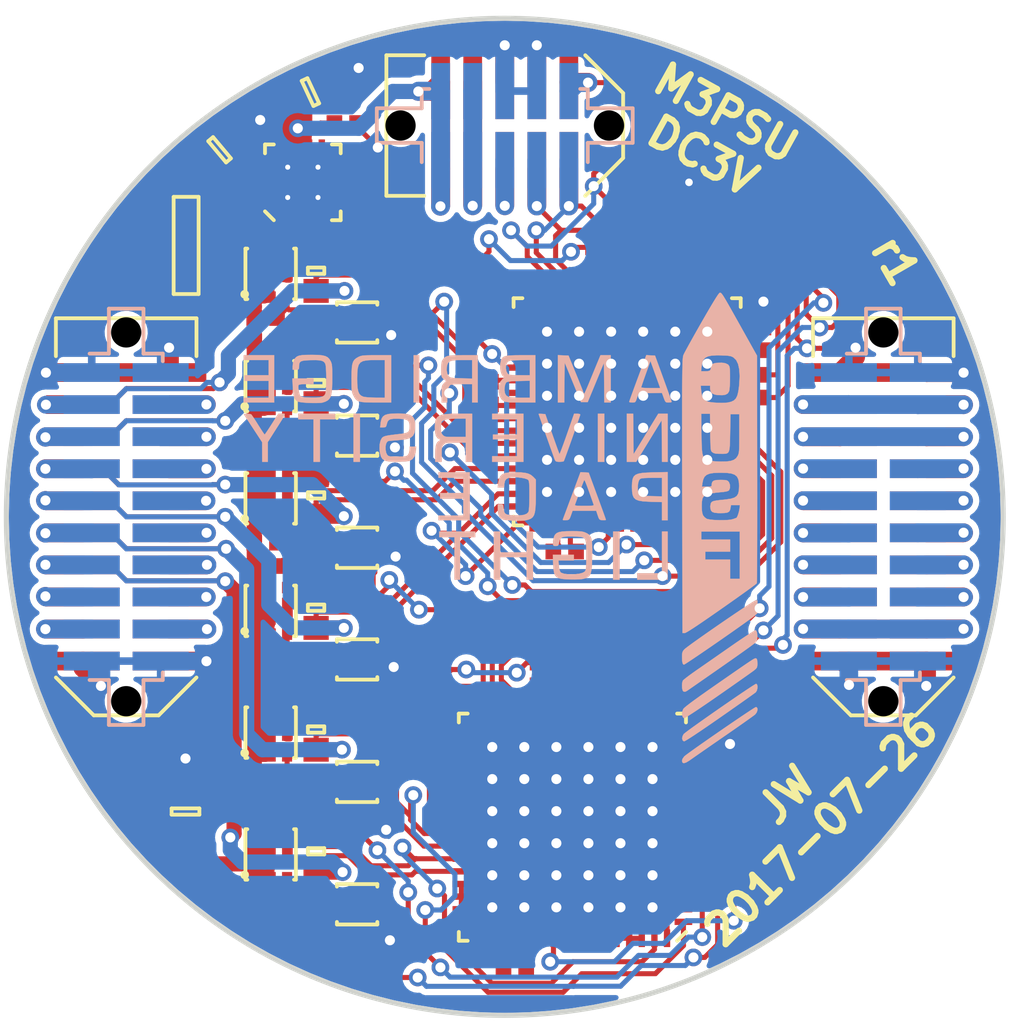
<source format=kicad_pcb>
(kicad_pcb (version 20221018) (generator pcbnew)
  (title_block (title "M3PSU - DC/DC 3V Board") (date "2017-02-28") (rev "1") (company "CU Spaceflight") (comment 1 "Drawn by: Jamie Wood"))
  (layers (0 "F.Cu" signal) (31 "B.Cu" signal) (34 "B.Paste" user) (35 "F.Paste" user) (36 "B.SilkS" user "B.Silkscreen") (37 "F.SilkS" user "F.Silkscreen") (38 "B.Mask" user) (39 "F.Mask" user) (44 "Edge.Cuts" user))
  (net 0 "")
  (net 1 "GND")
  (net 2 "Net-(C2-Pad2)")
  (net 3 "Net-(C3-Pad2)")
  (net 4 "VCC")
  (net 5 "Net-(IC1-Pad32)")
  (net 6 "/JTMS")
  (net 7 "/3v3_RADIO")
  (net 8 "/JTCK")
  (net 9 "/3v3_FC")
  (net 10 "/3v3_PYRO")
  (net 11 "/JTDR")
  (net 12 "/3v3_DL")
  (net 13 "/RSVD1")
  (net 14 "/CAN-")
  (net 15 "/RSVD2")
  (net 16 "/CAN+")
  (net 17 "/JTDI")
  (net 18 "/VBATT")
  (net 19 "3v3")
  (net 20 "/PYRO_SO")
  (net 21 "/PYRO_SI")
  (net 22 "/5v_RADIO")
  (net 23 "/PYRO1")
  (net 24 "/PYRO2")
  (net 25 "/PYRO3")
  (net 26 "/5v_AUX2")
  (net 27 "/PYRO4")
  (net 28 "/5v_CAM")
  (net 29 "/PWR")
  (net 30 "/CHARGE")
  (net 31 "/5v_IMU")
  (net 32 "/5v_AUX1")
  (net 33 "/3v3_IMU")
  (net 34 "/5v_CAN")
  (net 35 "/SDA")
  (net 36 "/SCL")
  (net 37 "/~{ALERT}")
  (net 38 "Net-(IC1-Pad24)")
  (net 39 "/ISNS0+")
  (net 40 "/VEN_0")
  (net 41 "/VEN_1")
  (net 42 "/VEN_2")
  (net 43 "/VEN_3")
  (net 44 "Net-(IC1-Pad22)")
  (net 45 "Net-(IC1-Pad23)")
  (net 46 "Net-(IC1-Pad25)")
  (net 47 "Net-(IC1-Pad26)")
  (net 48 "Net-(IC1-Pad33)")
  (net 49 "Net-(C4-Pad1)")
  (net 50 "Net-(C4-Pad2)")
  (net 51 "/ISNS1+")
  (net 52 "/ISNS2+")
  (net 53 "/ISNS3+")
  (net 54 "Net-(Q1-PadD)")
  (net 55 "Net-(Q2-PadD)")
  (net 56 "Net-(Q3-PadD)")
  (net 57 "Net-(Q4-PadD)")
  (net 58 "Net-(C7-Pad1)")
  (net 59 "Net-(IC2-Pad1)")
  (net 60 "Net-(IC1-Pad18)")
  (net 61 "/PSU_RSVD")
  (net 62 "Net-(C10-Pad2)")
  (net 63 "Net-(C11-Pad2)")
  (net 64 "Net-(C12-Pad1)")
  (net 65 "Net-(C12-Pad2)")
  (net 66 "/ISNS4+")
  (net 67 "/VEN_4")
  (net 68 "/VEN_5")
  (net 69 "/ISNS5+")
  (net 70 "/3v3_BASE")
  (net 71 "Net-(IC3-Pad18)")
  (net 72 "Net-(IC3-Pad22)")
  (net 73 "Net-(IC3-Pad23)")
  (net 74 "Net-(IC3-Pad24)")
  (net 75 "Net-(IC3-Pad25)")
  (net 76 "Net-(IC3-Pad26)")
  (net 77 "Net-(IC3-Pad32)")
  (net 78 "Net-(IC3-Pad33)")
  (net 79 "/3v3_AUX")
  (net 80 "Net-(Q10-PadG)")
  (net 81 "Net-(Q11-PadD)")
  (footprint "agg:TFML-110-02-L-D" (layer "F.Cu") (at 85 100 -90)
    (fp_text reference "J1")
    (fp_text value "WEST TOP")
  )
  (footprint "agg:TFML-110-02-L-D" (layer "F.Cu") (at 115 100 -90)
    (fp_text reference "J4")
    (fp_text value "EAST TOP")
  )
  (footprint "agg:TFML-105-02-L-D" (layer "F.Cu") (at 100 84.5)
    (fp_text reference "J3")
    (fp_text value "NORTH TOP")
  )
  (footprint "agg:0805" (layer "F.Cu") (at 92.3 83.175 25)
    (fp_text reference "C5")
    (fp_text value "10u")
  )
  (footprint "agg:0402" (layer "F.Cu") (at 93.7 84.4)
    (fp_text reference "C6")
    (fp_text value "100n")
  )
  (footprint "agg:0402" (layer "F.Cu") (at 94.32 86.7 -90)
    (fp_text reference "C7")
    (fp_text value "3n3")
  )
  (footprint "agg:0805" (layer "F.Cu") (at 88.7 85.46 40)
    (fp_text reference "C8")
    (fp_text value "22u")
  )
  (footprint "agg:0402" (layer "F.Cu") (at 102.375 101.375 180)
    (fp_text reference "C10")
    (fp_text value "10n")
  )
  (footprint "agg:0402" (layer "F.Cu") (at 110.25 92.95 -90)
    (fp_text reference "C11")
    (fp_text value "100n")
  )
  (footprint "agg:QFN-16-EP-TI" (layer "F.Cu") (at 92 86.749999 90)
    (fp_text reference "IC2")
    (fp_text value "TPS62132")
  )
  (footprint "agg:QFN-64-EP-LTC-UP" (layer "F.Cu") (at 102.68 112.295 180)
    (fp_text reference "IC1")
    (fp_text value "LTC2975")
  )
  (footprint "agg:0402" (layer "F.Cu") (at 108.075 110.875 -90)
    (fp_text reference "C1")
    (fp_text value "100n")
  )
  (footprint "agg:0402" (layer "F.Cu") (at 100.4 117.85 180)
    (fp_text reference "C2")
    (fp_text value "10n")
  )
  (footprint "agg:0402" (layer "F.Cu") (at 108.075 109 -90)
    (fp_text reference "C3")
    (fp_text value "100n")
  )
  (footprint "agg:0402" (layer "F.Cu") (at 97.225 111.425 -90)
    (fp_text reference "C4")
    (fp_text value "100n")
  )
  (footprint "agg:0402" (layer "F.Cu") (at 102.225 106.225 -90)
    (fp_text reference "R2")
    (fp_text value "10k")
  )
  (footprint "agg:0402" (layer "F.Cu") (at 97.325 108.325 -90)
    (fp_text reference "R3")
    (fp_text value "10k")
  )
  (footprint "agg:0402" (layer "F.Cu") (at 104.075 106.225 -90)
    (fp_text reference "R4")
    (fp_text value "10k")
  )
  (footprint "agg:0402" (layer "F.Cu") (at 97.975 106.925)
    (fp_text reference "R5")
    (fp_text value "10k")
  )
  (footprint "agg:0402" (layer "F.Cu") (at 105 106.225 -90)
    (fp_text reference "R6")
    (fp_text value "10k")
  )
  (footprint "agg:0402" (layer "F.Cu") (at 103.15 106.225 -90)
    (fp_text reference "R7")
    (fp_text value "10k")
  )
  (footprint "agg:0402" (layer "F.Cu") (at 101.3 106.225 -90)
    (fp_text reference "R8")
    (fp_text value "10k")
  )
  (footprint "agg:0402" (layer "F.Cu") (at 90.525 93.05)
    (fp_text reference "R9")
    (fp_text value "33k")
  )
  (footprint "agg:0402" (layer "F.Cu") (at 90.525 97.5)
    (fp_text reference "R10")
    (fp_text value "33k")
  )
  (footprint "agg:0402" (layer "F.Cu") (at 90.525 101.95)
    (fp_text reference "R11")
    (fp_text value "33k")
  )
  (footprint "agg:0402" (layer "F.Cu") (at 90.525 106.4)
    (fp_text reference "R12")
    (fp_text value "33k")
  )
  (footprint "agg:0402" (layer "F.Cu") (at 90.525 92.125)
    (fp_text reference "R13")
    (fp_text value "33k")
  )
  (footprint "agg:0402" (layer "F.Cu") (at 90.525 96.575)
    (fp_text reference "R14")
    (fp_text value "33k")
  )
  (footprint "agg:0402" (layer "F.Cu") (at 90.525 101.025)
    (fp_text reference "R15")
    (fp_text value "33k")
  )
  (footprint "agg:0402" (layer "F.Cu") (at 90.525 105.475)
    (fp_text reference "R16")
    (fp_text value "33k")
  )
  (footprint "agg:SON2x2" (layer "F.Cu") (at 90.725 90.375)
    (fp_text reference "Q5")
    (fp_text value "PFET_GDS")
  )
  (footprint "agg:0603" (layer "F.Cu") (at 92.525 90.25 90)
    (fp_text reference "R17")
    (fp_text value "10m")
  )
  (footprint "agg:0603" (layer "F.Cu") (at 92.525 94.7 90)
    (fp_text reference "R18")
    (fp_text value "10m")
  )
  (footprint "agg:0603" (layer "F.Cu") (at 92.525 99.15 90)
    (fp_text reference "R19")
    (fp_text value "10m")
  )
  (footprint "agg:0603" (layer "F.Cu") (at 92.525 103.6 90)
    (fp_text reference "R20")
    (fp_text value "10m")
  )
  (footprint "agg:SON2x2" (layer "F.Cu") (at 90.725 94.821)
    (fp_text reference "Q6")
    (fp_text value "PFET_GDS")
  )
  (footprint "agg:SON2x2" (layer "F.Cu") (at 90.725 99.271)
    (fp_text reference "Q7")
    (fp_text value "PFET_GDS")
  )
  (footprint "agg:SON2x2" (layer "F.Cu") (at 90.725 103.725)
    (fp_text reference "Q8")
    (fp_text value "PFET_GDS")
  )
  (footprint "agg:0402" (layer "F.Cu") (at 105.925 106.225 -90)
    (fp_text reference "R1")
    (fp_text value "5k49")
  )
  (footprint "agg:PowerPAK-SC-75-6L-Single" (layer "F.Cu") (at 94.15 92.3 -90)
    (fp_text reference "Q1")
    (fp_text value "NFET_GDS")
  )
  (footprint "agg:XFL4020" (layer "F.Cu") (at 87.375 89.25 180)
    (fp_text reference "L1")
    (fp_text value "2u2")
  )
  (footprint "agg:0402" (layer "F.Cu") (at 110.25 94.825 -90)
    (fp_text reference "C9")
    (fp_text value "100n")
  )
  (footprint "agg:0402" (layer "F.Cu") (at 99.45 95.1 -90)
    (fp_text reference "C12")
    (fp_text value "100n")
  )
  (footprint "agg:QFN-64-EP-LTC-UP" (layer "F.Cu") (at 104.85 95.84 180)
    (fp_text reference "IC3")
    (fp_text value "LTC2975")
  )
  (footprint "agg:SON2x2" (layer "F.Cu") (at 90.725 108.5475)
    (fp_text reference "Q10")
    (fp_text value "PFET_GDS")
  )
  (footprint "agg:SON2x2" (layer "F.Cu") (at 90.725 113.375)
    (fp_text reference "Q12")
    (fp_text value "PFET_GDS")
  )
  (footprint "agg:0402" (layer "F.Cu") (at 104.425 89.775 -90)
    (fp_text reference "R21")
    (fp_text value "10k")
  )
  (footprint "agg:0402" (layer "F.Cu") (at 99 92.35)
    (fp_text reference "R22")
    (fp_text value "10k")
  )
  (footprint "agg:0402" (layer "F.Cu") (at 106.275 89.775 -90)
    (fp_text reference "R23")
    (fp_text value "10k")
  )
  (footprint "agg:0402" (layer "F.Cu") (at 99 91.425)
    (fp_text reference "R24")
    (fp_text value "10k")
  )
  (footprint "agg:0402" (layer "F.Cu") (at 107.2 89.775 -90)
    (fp_text reference "R25")
    (fp_text value "10k")
  )
  (footprint "agg:0402" (layer "F.Cu") (at 108.125 89.775 -90)
    (fp_text reference "R26")
    (fp_text value "5k49")
  )
  (footprint "agg:0402" (layer "F.Cu") (at 105.35 89.775 -90)
    (fp_text reference "R27")
    (fp_text value "10k")
  )
  (footprint "agg:0402" (layer "F.Cu") (at 103.5 89.775 -90)
    (fp_text reference "R28")
    (fp_text value "10k")
  )
  (footprint "agg:0402" (layer "F.Cu") (at 90.525 111.225)
    (fp_text reference "R29")
    (fp_text value "33k")
  )
  (footprint "agg:0402" (layer "F.Cu") (at 90.525 110.3)
    (fp_text reference "R30")
    (fp_text value "33k")
  )
  (footprint "agg:0603" (layer "F.Cu") (at 92.525 108.425 90)
    (fp_text reference "R31")
    (fp_text value "10m")
  )
  (footprint "agg:0402" (layer "F.Cu") (at 90.525 116.05)
    (fp_text reference "R32")
    (fp_text value "33k")
  )
  (footprint "agg:0402" (layer "F.Cu") (at 90.525 115.125)
    (fp_text reference "R33")
    (fp_text value "33k")
  )
  (footprint "agg:0603" (layer "F.Cu") (at 92.525 113.25 90)
    (fp_text reference "R34")
    (fp_text value "10m")
  )
  (footprint "agg:PowerPAK-SC-75-6L-Single" (layer "F.Cu") (at 94.15 96.785 -90)
    (fp_text reference "Q2")
    (fp_text value "NFET_GDS")
  )
  (footprint "agg:PowerPAK-SC-75-6L-Single" (layer "F.Cu") (at 94.15 101.225 -90)
    (fp_text reference "Q3")
    (fp_text value "NFET_GDS")
  )
  (footprint "agg:PowerPAK-SC-75-6L-Single" (layer "F.Cu") (at 94.15 105.65 -90)
    (fp_text reference "Q4")
    (fp_text value "NFET_GDS")
  )
  (footprint "agg:PowerPAK-SC-75-6L-Single" (layer "F.Cu") (at 94.15 110.5 -90)
    (fp_text reference "Q9")
    (fp_text value "NFET_GDS")
  )
  (footprint "agg:PowerPAK-SC-75-6L-Single" (layer "F.Cu") (at 94.15 115.35 -90)
    (fp_text reference "Q11")
    (fp_text value "NFET_GDS")
  )
  (footprint "agg:0402" (layer "F.Cu") (at 94.125 93.55)
    (fp_text reference "R35")
    (fp_text value "1M")
  )
  (footprint "agg:0402" (layer "F.Cu") (at 94.125 98.025)
    (fp_text reference "R36")
    (fp_text value "1M")
  )
  (footprint "agg:0402" (layer "F.Cu") (at 94.125 102.475)
    (fp_text reference "R37")
    (fp_text value "1M")
  )
  (footprint "agg:0402" (layer "F.Cu") (at 94.675 106.875)
    (fp_text reference "R38")
    (fp_text value "1M")
  )
  (footprint "agg:0402" (layer "F.Cu") (at 94.125 111.875)
    (fp_text reference "R39")
    (fp_text value "1M")
  )
  (footprint "agg:0402" (layer "F.Cu") (at 94.15 116.775)
    (fp_text reference "R40")
    (fp_text value "1M")
  )
  (footprint "agg:0805" (layer "F.Cu") (at 87.35 111.675 90)
    (fp_text reference "C13")
    (fp_text value "22u")
  )
  (footprint "agg:TESTPAD" (layer "F.Cu") (at 113.95 90.475)
    (fp_text reference "TP1" hide)
    (fp_text value "TESTPAD" hide)
  )
  (footprint "agg:TESTPAD" (layer "F.Cu") (at 112.425 88.825)
    (fp_text reference "TP2" hide)
    (fp_text value "TESTPAD" hide)
  )
  (footprint "agg:TESTPAD" (layer "F.Cu") (at 110.825 87.425)
    (fp_text reference "TP3" hide)
    (fp_text value "TESTPAD" hide)
  )
  (footprint "agg:TESTPAD" (layer "F.Cu") (at 106.25 86.775)
    (fp_text reference "TP4" hide)
    (fp_text value "TESTPAD" hide)
  )
  (footprint "agg:SFML-110-02-L-D-LC" (layer "B.Cu") (at 85 100 -90)
    (fp_text reference "J2")
    (fp_text value "WEST BOT")
  )
  (footprint "agg:SFML-110-02-L-D-LC" (layer "B.Cu") (at 115 100 -90)
    (fp_text reference "J5")
    (fp_text value "EAST BOT")
  )
  (footprint "agg:SFML-105-02-L-D-LC" (layer "B.Cu") (at 100 84.5)
    (fp_text reference "J6")
    (fp_text value "NORTH BOT")
  )
  (footprint "m3psu:cusf_logo_full" (layer "B.Cu") (at 99.85 100.425 180)
    (fp_text reference "G***" hide)
    (fp_text value "LOGO" hide)
  )
  (gr_circle (center 100 100) (end 119.75 100) (stroke (width 0.2)) (fill none) (layer "Edge.Cuts"))
  (gr_text "JW\n2017-07-26" (at 111.85 111.7 45) (layer "F.SilkS") (effects (font (size 1.2 1.2) (thickness 0.25))))
  (gr_text "r1" (at 115.475 89.85 300) (layer "F.SilkS") (effects (font (size 1.2 1.2) (thickness 0.25))))
  (gr_text "M3PSU\nDC3V" (at 108.3 84.85 331) (layer "F.SilkS") (effects (font (size 1.2 1.2) (thickness 0.25))))
  (segment (start 86.715 93.315) (end 86.7 93.3) (width 0.74) (layer "F.Cu") (net 1))
  (segment (start 107.08 109.045) (end 105.93 109.045) (width 0.25) (layer "F.Cu") (net 1))
  (segment (start 94.85 97.285) (end 94.85 97.75) (width 0.2) (layer "F.Cu") (net 1))
  (segment (start 95.615 97.285) (end 95.65 97.25) (width 0.2) (layer "F.Cu") (net 1))
  (segment (start 94.85 97.75) (end 94.575 98.025) (width 0.2) (layer "F.Cu") (net 1))
  (segment (start 94.85 97.285) (end 95.615 97.285) (width 0.2) (layer "F.Cu") (net 1))
  (segment (start 95.125 106.875) (end 95.125 106.425) (width 0.2) (layer "F.Cu") (net 1))
  (segment (start 81.82 94.29) (end 83.28 94.29) (width 0.4) (layer "F.Cu") (net 1))
  (segment (start 108.075 110.425) (end 108.585 110.425) (width 0.2) (layer "F.Cu") (net 1))
  (segment (start 92.25 86.999999) (end 92 86.749999) (width 0.2) (layer "F.Cu") (net 1))
  (segment (start 106.6 99.01) (end 106.695 98.915) (width 0.2) (layer "F.Cu") (net 1))
  (segment (start 104.43 116.695) (end 104.43 115.465) (width 0.2) (layer "F.Cu") (net 1))
  (segment (start 102.6 99.32) (end 103.005 98.915) (width 0.2) (layer "F.Cu") (net 1))
  (segment (start 109.25 99.09) (end 108.1 99.09) (width 0.2) (layer "F.Cu") (net 1))
  (segment (start 108.075 108.55) (end 108.475 108.55) (width 0.2) (layer "F.Cu") (net 1))
  (segment (start 108.1 99.09) (end 107.925 98.915) (width 0.2) (layer "F.Cu") (net 1))
  (segment (start 94.6 116.775) (end 95.45 116.775) (width 0.2) (layer "F.Cu") (net 1))
  (segment (start 116.72 94.29) (end 116.715 94.285) (width 0.74) (layer "F.Cu") (net 1))
  (segment (start 100.43 115.775) (end 100.835 115.37) (width 0.2) (layer "F.Cu") (net 1))
  (segment (start 113.9 93.67) (end 113.285 94.285) (width 0.74) (layer "F.Cu") (net 1))
  (segment (start 99.2 110.045) (end 99.605 110.45) (width 0.2) (layer "F.Cu") (net 1))
  (segment (start 89.708509 84.881491) (end 90.31 84.28) (width 0.6) (layer "F.Cu") (net 1))
  (segment (start 103.1 91.44) (end 103.1 92.67) (width 0.2) (layer "F.Cu") (net 1))
  (segment (start 113.64 106.07) (end 113.285 105.715) (width 0.6) (layer "F.Cu") (net 1))
  (segment (start 98.28 111.545) (end 99.47 111.545) (width 0.2) (layer "F.Cu") (net 1))
  (segment (start 106.25 86.775) (end 107.275 86.775) (width 0.2) (layer "F.Cu") (net 1))
  (segment (start 94.21 111) (end 94.85 111) (width 0.2) (layer "F.Cu") (net 1))
  (segment (start 100.85 117.616998) (end 100.85 117.85) (width 0.25) (layer "F.Cu") (net 1))
  (segment (start 100.45 93.59) (end 101.37 93.59) (width 0.2) (layer "F.Cu") (net 1))
  (segment (start 107.6 100.24) (end 107.6 99.24) (width 0.2) (layer "F.Cu") (net 1))
  (segment (start 104.93 107.895) (end 105.43 107.895) (width 0.2) (layer "F.Cu") (net 1))
  (segment (start 108.1 92.59) (end 107.925 92.765) (width 0.2) (layer "F.Cu") (net 1))
  (segment (start 95.125 106.425) (end 94.85 106.15) (width 0.2) (layer "F.Cu") (net 1))
  (segment (start 106.43 116.045) (end 105.755 115.37) (width 0.2) (layer "F.Cu") (net 1))
  (segment (start 104.93 116.695) (end 104.43 116.695) (width 0.2) (layer "F.Cu") (net 1))
  (segment (start 100.45 92.59) (end 101.6 92.59) (width 0.2) (layer "F.Cu") (net 1))
  (segment (start 101.27 82.785) (end 101.27 81.32) (width 0.74) (layer "F.Cu") (net 1))
  (segment (start 94.85 115.85) (end 94.85 116.525) (width 0.2) (layer "F.Cu") (net 1))
  (segment (start 108.585 110.425) (end 108.925 110.085) (width 0.2) (layer "F.Cu") (net 1))
  (segment (start 107.1 91.44) (end 107.1 92.36) (width 0.2) (layer "F.Cu") (net 1))
  (segment (start 94.85 93.275) (end 94.575 93.55) (width 0.2) (layer "F.Cu") (net 1))
  (segment (start 94.15 84.55) (end 94.97 85.37) (width 0.2) (layer "F.Cu") (net 1))
  (segment (start 113.9 93.3) (end 113.9 93.67) (width 0.74) (layer "F.Cu") (net 1))
  (segment (start 98.28 115.045) (end 98.28 114.545) (width 0.2) (layer "F.Cu") (net 1))
  (segment (start 99.43 109.045) (end 99.605 109.22) (width 0.2) (layer "F.Cu") (net 1))
  (segment (start 94.85 111.6) (end 94.575 111.875) (width 0.2) (layer "F.Cu") (net 1))
  (segment (start 104.43 107.895) (end 104.93 107.895) (width 0.2) (layer "F.Cu") (net 1))
  (segment (start 94.15 84.4) (end 94.15 84.55) (width 0.2) (layer "F.Cu") (net 1))
  (segment (start 110.76 94.375) (end 110.820001 94.314999) (width 0.2) (layer "F.Cu") (net 1))
  (segment (start 94.775 111.875) (end 95.3 112.4) (width 0.2) (layer "F.Cu") (net 1))
  (segment (start 90.6 87.5) (end 91.249999 87.5) (width 0.2) (layer "F.Cu") (net 1))
  (segment (start 110.25 92.5) (end 110.25 91.475) (width 0.2) (layer "F.Cu") (net 1))
  (segment (start 94.85 101.725) (end 94.85 102.2) (width 0.2) (layer "F.Cu") (net 1))
  (segment (start 100.43 117.196998) (end 100.85 117.616998) (width 0.25) (layer "F.Cu") (net 1))
  (segment (start 106.6 91.44) (end 107.1 91.44) (width 0.2) (layer "F.Cu") (net 1))
  (segment (start 110.25 94.375) (end 110.76 94.375) (width 0.2) (layer "F.Cu") (net 1))
  (segment (start 95.125 106.425) (end 95.6 105.95) (width 0.2) (layer "F.Cu") (net 1))
  (segment (start 83.285 105.985) (end 84 106.7) (width 0.74) (layer "F.Cu") (net 1))
  (segment (start 100.43 116.695) (end 100.43 115.775) (width 0.2) (layer "F.Cu") (net 1))
  (segment (start 100.43 116.695) (end 100.43 117.196998) (width 0.25) (layer "F.Cu") (net 1))
  (segment (start 106.1 100.24) (end 106.6 100.24) (width 0.2) (layer "F.Cu") (net 1))
  (segment (start 108.6 99.59) (end 107.925 98.915) (width 0.2) (layer "F.Cu") (net 1))
  (segment (start 101.37 93.59) (end 101.775 93.995) (width 0.2) (layer "F.Cu") (net 1))
  (segment (start 103.1 91.44) (end 103.6 91.44) (width 0.2) (layer "F.Cu") (net 1))
  (segment (start 94.21 101.725) (end 94.85 101.725) (width 0.2) (layer "F.Cu") (net 1))
  (segment (start 107.08 115.545) (end 105.93 115.545) (width 0.2) (layer "F.Cu") (net 1))
  (segment (start 87.35 110.775) (end 87.35 109.575) (width 0.6) (layer "F.Cu") (net 1))
  (segment (start 94.85 101.725) (end 95.525 101.725) (width 0.2) (layer "F.Cu") (net 1))
  (segment (start 102.6 101.15) (end 102.825 101.375) (width 0.2) (layer "F.Cu") (net 1))
  (segment (start 107.1 91.44) (end 107.6 91.44) (width 0.2) (layer "F.Cu") (net 1))
  (segment (start 90.6 86.999999) (end 90.6 87.5) (width 0.2) (layer "F.Cu") (net 1))
  (segment (start 102.6 100.24) (end 102.6 99.32) (width 0.2) (layer "F.Cu") (net 1))
  (segment (start 104.93 116.695) (end 105.43 116.695) (width 0.2) (layer "F.Cu") (net 1))
  (segment (start 88.175 105.715) (end 88.18 105.72) (width 0.4) (layer "F.Cu") (net 1))
  (segment (start 108.475 108.55) (end 108.925 109) (width 0.2) (layer "F.Cu") (net 1))
  (segment (start 98.28 110.045) (end 99.2 110.045) (width 0.2) (layer "F.Cu") (net 1))
  (segment (start 86.715 94.285) (end 86.715 93.315) (width 0.74) (layer "F.Cu") (net 1))
  (segment (start 93.115677 82.794644) (end 93.635356 82.794644) (width 0.6) (layer "F.Cu") (net 1))
  (segment (start 101.6 100.24) (end 101.6 99.09) (width 0.2) (layer "F.Cu") (net 1))
  (segment (start 94.85 92.8) (end 95.5 92.8) (width 0.2) (layer "F.Cu") (net 1))
  (segment (start 100 81.32) (end 100 82.785) (width 0.74) (layer "F.Cu") (net 1))
  (segment (start 103.93 116.695) (end 104.43 116.695) (width 0.2) (layer "F.Cu") (net 1))
  (segment (start 109.25 92.09) (end 109.25 92.59) (width 0.2) (layer "F.Cu") (net 1))
  (segment (start 98.28 109.045) (end 99.43 109.045) (width 0.2) (layer "F.Cu") (net 1))
  (segment (start 83.28 94.29) (end 83.285 94.285) (width 0.4) (layer "F.Cu") (net 1))
  (segment (start 102.6 100.24) (end 102.6 101.15) (width 0.2) (layer "F.Cu") (net 1))
  (segment (start 94.97 86.688002) (end 94.97 85.37) (width 0.2) (layer "F.Cu") (net 1))
  (segment (start 95.525 101.725) (end 95.675 101.575) (width 0.2) (layer "F.Cu") (net 1))
  (segment (start 104.93 107.895) (end 104.93 108.815) (width 0.2) (layer "F.Cu") (net 1))
  (segment (start 113.64 106.66) (end 113.64 106.07) (width 0.6) (layer "F.Cu") (net 1))
  (segment (start 83.285 94.285) (end 86.715 94.285) (width 0.74) (layer "F.Cu") (net 1))
  (segment (start 94.85 111) (end 94.85 111.6) (width 0.2) (layer "F.Cu") (net 1))
  (segment (start 107.08 109.045) (end 107.08 108.545) (width 0.25) (layer "F.Cu") (net 1))
  (segment (start 93.635356 82.794644) (end 94.21 82.22) (width 0.6) (layer "F.Cu") (net 1))
  (segment (start 103.1 92.67) (end 103.005 92.765) (width 0.2) (layer "F.Cu") (net 1))
  (segment (start 99.47 111.545) (end 99.605 111.68) (width 0.2) (layer "F.Cu") (net 1))
  (segment (start 94.508002 87.15) (end 94.97 86.688002) (width 0.2) (layer "F.Cu") (net 1))
  (segment (start 99.43 116.695) (end 99.43 115.545) (width 0.2) (layer "F.Cu") (net 1))
  (segment (start 101.43 107.895) (end 100.93 107.895) (width 0.25) (layer "F.Cu") (net 1))
  (segment (start 107.6 99.24) (end 107.925 98.915) (width 0.2) (layer "F.Cu") (net 1))
  (segment (start 98.28 110.045) (end 98.28 110.545) (width 0.2) (layer "F.Cu") (net 1))
  (segment (start 108.925 110.085) (end 108.925 109) (width 0.2) (layer "F.Cu") (net 1))
  (segment (start 101.6 92.59) (end 101.775 92.765) (width 0.2) (layer "F.Cu") (net 1))
  (segment (start 93.4 86.499999) (end 93.4 86.999999) (width 0.2) (layer "F.Cu") (net 1))
  (segment (start 108.6 100.24) (end 108.6 99.59) (width 0.2) (layer "F.Cu") (net 1))
  (segment (start 100.45 95.09) (end 101.64 95.09) (width 0.2) (layer "F.Cu") (net 1))
  (segment (start 94.21 97.285) (end 94.85 97.285) (width 0.2) (layer "F.Cu") (net 1))
  (segment (start 94.85 116.525) (end 94.6 116.775) (width 0.2) (layer "F.Cu") (net 1))
  (segment (start 100.93 107.895) (end 100.93 109.125) (width 0.2) (layer "F.Cu") (net 1))
  (segment (start 116.715 105.715) (end 116.715 106.685) (width 0.74) (layer "F.Cu") (net 1))
  (segment (start 98.28 115.545) (end 99.43 115.545) (width 0.2) (layer "F.Cu") (net 1))
  (segment (start 94.575 111.875) (end 94.775 111.875) (width 0.2) (layer "F.Cu") (net 1))
  (segment (start 104.43 115.465) (end 104.525 115.37) (width 0.2) (layer "F.Cu") (net 1))
  (segment (start 98.28 115.545) (end 98.28 115.045) (width 0.2) (layer "F.Cu") (net 1))
  (segment (start 93.4 86.999999) (end 93.4 87.5) (width 0.2) (layer "F.Cu") (net 1))
  (segment (start 110.820001 94.314999) (end 110.820001 92.045001) (width 0.2) (layer "F.Cu") (net 1))
  (segment (start 104.93 108.815) (end 104.525 109.22) (width 0.2) (layer "F.Cu") (net 1))
  (segment (start 109.25 92.59) (end 108.1 92.59) (width 0.2) (layer "F.Cu") (net 1))
  (segment (start 116.715 106.685) (end 116.7 106.7) (width 0.74) (layer "F.Cu") (net 1))
  (segment (start 94.32 87.15) (end 94.508002 87.15) (width 0.2) (layer "F.Cu") (net 1))
  (segment (start 93.4 86.999999) (end 92.25 86.999999) (width 0.2) (layer "F.Cu") (net 1))
  (segment (start 94.85 102.2) (end 94.575 102.475) (width 0.2) (layer "F.Cu") (net 1))
  (segment (start 113.285 105.715) (end 116.715 105.715) (width 0.74) (layer "F.Cu") (net 1))
  (segment (start 110.25 91.475) (end 110.820001 92.045001) (width 0.2) (layer "F.Cu") (net 1))
  (segment (start 93.4 85.999998) (end 93.4 86.499999) (width 0.2) (layer "F.Cu") (net 1))
  (segment (start 113.285 94.285) (end 116.715 94.285) (width 0.74) (layer "F.Cu") (net 1))
  (segment (start 91.249999 87.5) (end 91.4 87.349999) (width 0.2) (layer "F.Cu") (net 1))
  (segment (start 94.21 106.15) (end 94.85 106.15) (width 0.2) (layer "F.Cu") (net 1))
  (segment (start 83.285 105.715) (end 83.285 105.985) (width 0.74) (layer "F.Cu") (net 1))
  (segment (start 98.93 116.695) (end 99.43 116.695) (width 0.2) (layer "F.Cu") (net 1))
  (segment (start 98.28 116.07) (end 98.28 116.045) (width 0.2) (layer "F.Cu") (net 1))
  (segment (start 106.43 116.695) (end 106.43 116.045) (width 0.2) (layer "F.Cu") (net 1))
  (segment (start 94.21 115.85) (end 94.85 115.85) (width 0.2) (layer "F.Cu") (net 1))
  (segment (start 107.1 92.36) (end 106.695 92.765) (width 0.2) (layer "F.Cu") (net 1))
  (segment (start 94.21 92.8) (end 94.85 92.8) (width 0.2) (layer "F.Cu") (net 1))
  (segment (start 100.45 93.59) (end 100.45 94.09) (width 0.2) (layer "F.Cu") (net 1))
  (segment (start 106.6 100.24) (end 106.6 99.01) (width 0.2) (layer "F.Cu") (net 1))
  (segment (start 118.18 94.29) (end 116.72 94.29) (width 0.74) (layer "F.Cu") (net 1))
  (segment (start 94.85 92.8) (end 94.85 93.275) (width 0.2) (layer "F.Cu") (net 1))
  (segment (start 101.6 99.09) (end 101.775 98.915) (width 0.2) (layer "F.Cu") (net 1))
  (segment (start 101.64 95.09) (end 101.775 95.225) (width 0.2) (layer "F.Cu") (net 1))
  (segment (start 107.275 86.775) (end 107.3 86.75) (width 0.2) (layer "F.Cu") (net 1))
  (segment (start 105.93 115.545) (end 105.755 115.37) (width 0.2) (layer "F.Cu") (net 1))
  (segment (start 89.38944 84.881491) (end 89.708509 84.881491) (width 0.6) (layer "F.Cu") (net 1))
  (segment (start 99.43 115.545) (end 99.605 115.37) (width 0.2) (layer "F.Cu") (net 1))
  (segment (start 98.28 116.045) (end 98.28 115.545) (width 0.2) (layer "F.Cu") (net 1))
  (segment (start 105.93 109.045) (end 105.755 109.22) (width 0.25) (layer "F.Cu") (net 1))
  (segment (start 100.93 109.125) (end 100.835 109.22) (width 0.2) (layer "F.Cu") (net 1))
  (via (at 95.3 112.4) (size 0.7) (drill 0.4) (layers "F.Cu" "B.Cu") (net 1))
  (via (at 118.18 94.29) (size 0.7) (drill 0.4) (layers "F.Cu" "B.Cu") (net 1))
  (via (at 107.3 86.75) (size 0.6) (drill 0.3) (layers "F.Cu" "B.Cu") (net 1))
  (via (at 84 106.7) (size 0.7) (drill 0.4) (layers "F.Cu" "B.Cu") (net 1))
  (via (at 116.7 106.7) (size 0.7) (drill 0.4) (layers "F.Cu" "B.Cu") (net 1))
  (via (at 95.5 92.8) (size 0.7) (drill 0.4) (layers "F.Cu" "B.Cu") (net 1))
  (via (at 86.7 93.3) (size 0.7) (drill 0.4) (layers "F.Cu" "B.Cu") (net 1))
  (via (at 101.27 81.32) (size 0.7) (drill 0.4) (layers "F.Cu" "B.Cu") (net 1))
  (via (at 110.25 91.475) (size 0.7) (drill 0.4) (layers "F.Cu" "B.Cu") (net 1))
  (via (at 108.925 109) (size 0.7) (drill 0.4) (layers "F.Cu" "B.Cu") (net 1))
  (via (at 95.6 105.95) (size 0.7) (drill 0.4) (layers "F.Cu" "B.Cu") (net 1))
  (via (at 95.65 97.25) (size 0.7) (drill 0.4) (layers "F.Cu" "B.Cu") (net 1))
  (via (at 100 81.32) (size 0.7) (drill 0.4) (layers "F.Cu" "B.Cu") (net 1))
  (via (at 95.675 101.575) (size 0.7) (drill 0.4) (layers "F.Cu" "B.Cu") (net 1))
  (via (at 94.97 85.37) (size 0.7) (drill 0.4) (layers "F.Cu" "B.Cu") (net 1))
  (via (at 87.35 109.575) (size 0.7) (drill 0.4) (layers "F.Cu" "B.Cu") (net 1))
  (via (at 81.82 94.29) (size 0.7) (drill 0.4) (layers "F.Cu" "B.Cu") (net 1))
  (via (at 113.64 106.66) (size 0.7) (drill 0.4) (layers "F.Cu" "B.Cu") (net 1))
  (via (at 95.45 116.775) (size 0.7) (drill 0.4) (layers "F.Cu" "B.Cu") (net 1))
  (via (at 113.9 93.3) (size 0.7) (drill 0.4) (layers "F.Cu" "B.Cu") (net 1))
  (via (at 88.18 105.72) (size 0.7) (drill 0.4) (layers "F.Cu" "B.Cu") (net 1))
  (via (at 94.21 82.22) (size 0.7) (drill 0.4) (layers "F.Cu" "B.Cu") (net 1))
  (via (at 90.31 84.28) (size 0.7) (drill 0.4) (layers "F.Cu" "B.Cu") (net 1))
  (segment (start 84 106.7) (end 84 106.08) (width 0.74) (layer "B.Cu") (net 1))
  (segment (start 86.37 105.72) (end 86.365 105.715) (width 0.4) (layer "B.Cu") (net 1))
  (segment (start 84 106.08) (end 83.635 105.715) (width 0.74) (layer "B.Cu") (net 1))
  (segment (start 101.27 81.32) (end 101.27 83.135) (width 0.74) (layer "B.Cu") (net 1))
  (segment (start 100 83.135) (end 100 81.32) (width 0.74) (layer "B.Cu") (net 1))
  (segment (start 113.635 106.655) (end 113.64 106.66) (width 0.74) (layer "B.Cu") (net 1))
  (segment (start 83.635 94.285) (end 81.825 94.285) (width 0.7) (layer "B.Cu") (net 1))
  (segment (start 81.825 94.285) (end 81.82 94.29) (width 0.4) (layer "B.Cu") (net 1))
  (segment (start 88.18 105.72) (end 86.37 105.72) (width 0.7) (layer "B.Cu") (net 1))
  (segment (start 116.37 105.72) (end 116.365 105.715) (width 0.74) (layer "B.Cu") (net 1))
  (segment (start 113.635 105.715) (end 113.635 106.655) (width 0.74) (layer "B.Cu") (net 1))
  (segment (start 116.365 94.285) (end 118.175 94.285) (width 0.74) (layer "B.Cu") (net 1))
  (segment (start 83.63 105.72) (end 83.635 105.715) (width 0.4) (layer "B.Cu") (net 1))
  (segment (start 118.175 94.285) (end 118.18 94.29) (width 0.74) (layer "B.Cu") (net 1))
  (segment (start 99.93 117.83) (end 99.95 117.85) (width 0.25) (layer "F.Cu") (net 2))
  (segment (start 99.93 116.695) (end 99.93 117.83) (width 0.25) (layer "F.Cu") (net 2))
  (segment (start 107.98 109.545) (end 108.075 109.45) (width 0.2) (layer "F.Cu") (net 3))
  (segment (start 107.08 109.545) (end 107.98 109.545) (width 0.2) (layer "F.Cu") (net 3))
  (segment (start 107.08 110.045) (end 107.08 109.545) (width 0.2) (layer "F.Cu") (net 3))
  (segment (start 97.46 86.215) (end 97.46 87.69) (width 0.74) (layer "F.Cu") (net 4))
  (segment (start 97.095 83.15) (end 97.46 82.785) (width 0.74) (layer "F.Cu") (net 4))
  (segment (start 91.484323 84.294323) (end 91.8 84.61) (width 0.6) (layer "F.Cu") (net 4))
  (segment (start 92.699999 84.4) (end 93.25 84.4) (width 0.2) (layer "F.Cu") (net 4))
  (segment (start 97.46 87.69) (end 97.45 87.7) (width 0.74) (layer "F.Cu") (net 4))
  (segment (start 97.46 82.785) (end 97.46 86.215) (width 0.74) (layer "F.Cu") (net 4))
  (segment (start 96.575 83.15) (end 97.095 83.15) (width 0.74) (layer "F.Cu") (net 4))
  (segment (start 91.484323 83.555356) (end 91.484323 84.294323) (width 0.6) (layer "F.Cu") (net 4))
  (segment (start 91.249999 85.349999) (end 91.75 85.349999) (width 0.2) (layer "F.Cu") (net 4))
  (segment (start 91.75 85.349999) (end 92.25 85.349999) (width 0.2) (layer "F.Cu") (net 4))
  (segment (start 90.6 85.999998) (end 91.249999 85.349999) (width 0.2) (layer "F.Cu") (net 4))
  (segment (start 92.25 85.349999) (end 92.25 84.849999) (width 0.2) (layer "F.Cu") (net 4))
  (segment (start 92.25 84.849999) (end 92.699999 84.4) (width 0.2) (layer "F.Cu") (net 4))
  (via (at 97.45 87.7) (size 0.7) (drill 0.4) (layers "F.Cu" "B.Cu") (net 4))
  (via (at 91.8 84.61) (size 0.7) (drill 0.4) (layers "F.Cu" "B.Cu") (net 4))
  (via (at 96.575 83.15) (size 0.7) (drill 0.4) (layers "F.Cu" "B.Cu") (net 4))
  (segment (start 91.8 84.61) (end 94.22 84.61) (width 0.6) (layer "B.Cu") (net 4))
  (segment (start 95.57 83.15) (end 96.575 83.15) (width 0.6) (layer "B.Cu") (net 4))
  (segment (start 97.46 83.135) (end 96.59 83.135) (width 0.74) (layer "B.Cu") (net 4))
  (segment (start 94.22 84.61) (end 94.81 84.02) (width 0.6) (layer "B.Cu") (net 4))
  (segment (start 97.46 87.69) (end 97.45 87.7) (width 0.74) (layer "B.Cu") (net 4))
  (segment (start 94.81 84.02) (end 94.81 83.91) (width 0.6) (layer "B.Cu") (net 4))
  (segment (start 97.46 83.135) (end 97.46 85.865) (width 0.74) (layer "B.Cu") (net 4))
  (segment (start 94.81 83.91) (end 95.57 83.15) (width 0.6) (layer "B.Cu") (net 4))
  (segment (start 96.59 83.135) (end 96.575 83.15) (width 0.74) (layer "B.Cu") (net 4))
  (segment (start 97.46 85.865) (end 97.46 87.69) (width 0.74) (layer "B.Cu") (net 4))
  (segment (start 98.93 107.43) (end 98.425 106.925) (width 0.2) (layer "F.Cu") (net 5))
  (segment (start 98.93 107.895) (end 98.93 107.43) (width 0.2) (layer "F.Cu") (net 5))
  (segment (start 88.18 95.55) (end 86.72 95.55) (width 0.74) (layer "F.Cu") (net 6))
  (segment (start 86.72 95.55) (end 86.715 95.555) (width 0.4) (layer "F.Cu") (net 6))
  (via (at 88.18 95.55) (size 0.7) (drill 0.4) (layers "F.Cu" "B.Cu") (net 6))
  (segment (start 86.365 95.555) (end 88.175 95.555) (width 0.74) (layer "B.Cu") (net 6))
  (segment (start 88.175 95.555) (end 88.18 95.55) (width 0.4) (layer "B.Cu") (net 6))
  (segment (start 96.159606 94.875) (end 98.874606 97.59) (width 0.2) (layer "F.Cu") (net 7))
  (segment (start 93.625 95.525) (end 92.55 95.525) (width 0.6) (layer "F.Cu") (net 7))
  (segment (start 92.55 95.525) (end 92.525 95.5) (width 0.6) (layer "F.Cu") (net 7))
  (segment (start 81.825 96.825) (end 81.8 96.85) (width 0.74) (layer "F.Cu") (net 7))
  (segment (start 83.285 96.825) (end 84.375 96.825) (width 0.2) (layer "F.Cu") (net 7))
  (segment (start 98.874606 97.59) (end 100.45 97.59) (width 0.2) (layer "F.Cu") (net 7))
  (segment (start 92.525 94.925) (end 92.575 94.875) (width 0.2) (layer "F.Cu") (net 7))
  (segment (start 83.285 96.825) (end 81.825 96.825) (width 0.74) (layer "F.Cu") (net 7))
  (segment (start 85.00501 96.19499) (end 88.91999 96.19499) (width 0.2) (layer "F.Cu") (net 7))
  (segment (start 88.91999 96.19499) (end 88.925 96.2) (width 0.2) (layer "F.Cu") (net 7))
  (segment (start 92.575 94.875) (end 96.159606 94.875) (width 0.2) (layer "F.Cu") (net 7))
  (segment (start 92.525 95.5) (end 92.525 94.925) (width 0.2) (layer "F.Cu") (net 7))
  (segment (start 84.375 96.825) (end 85.00501 96.19499) (width 0.2) (layer "F.Cu") (net 7))
  (via (at 93.625 95.525) (size 0.7) (drill 0.4) (layers "F.Cu" "B.Cu") (net 7))
  (via (at 88.925 96.2) (size 0.7) (drill 0.4) (layers "F.Cu" "B.Cu") (net 7))
  (via (at 81.8 96.85) (size 0.7) (drill 0.4) (layers "F.Cu" "B.Cu") (net 7))
  (segment (start 88.925 96.2) (end 89.6 95.525) (width 0.6) (layer "B.Cu") (net 7))
  (segment (start 89.6 95.525) (end 93.625 95.525) (width 0.6) (layer "B.Cu") (net 7))
  (segment (start 84.375 96.825) (end 85.005001 96.194999) (width 0.2) (layer "B.Cu") (net 7))
  (segment (start 83.635 96.825) (end 84.375 96.825) (width 0.2) (layer "B.Cu") (net 7))
  (segment (start 83.635 96.825) (end 81.825 96.825) (width 0.74) (layer "B.Cu") (net 7))
  (segment (start 88.425025 96.194999) (end 88.430026 96.2) (width 0.2) (layer "B.Cu") (net 7))
  (segment (start 88.430026 96.2) (end 88.925 96.2) (width 0.2) (layer "B.Cu") (net 7))
  (segment (start 85.005001 96.194999) (end 88.425025 96.194999) (width 0.2) (layer "B.Cu") (net 7))
  (segment (start 81.825 96.825) (end 81.8 96.85) (width 0.74) (layer "B.Cu") (net 7))
  (segment (start 86.715 96.825) (end 88.175 96.825) (width 0.74) (layer "F.Cu") (net 8))
  (segment (start 88.175 96.825) (end 88.18 96.83) (width 0.74) (layer "F.Cu") (net 8))
  (via (at 88.18 96.83) (size 0.7) (drill 0.4) (layers "F.Cu" "B.Cu") (net 8))
  (segment (start 88.18 96.83) (end 86.37 96.83) (width 0.74) (layer "B.Cu") (net 8))
  (segment (start 86.37 96.83) (end 86.365 96.825) (width 0.4) (layer "B.Cu") (net 8))
  (segment (start 98.035 98.59) (end 100.45 98.59) (width 0.2) (layer "F.Cu") (net 9))
  (segment (start 84.70999 98.73499) (end 88.420036 98.73499) (width 0.2) (layer "F.Cu") (net 9))
  (segment (start 92.525 99.4) (end 92.6 99.325) (width 0.2) (layer "F.Cu") (net 9))
  (segment (start 84.07 98.095) (end 84.70999 98.73499) (width 0.2) (layer "F.Cu") (net 9))
  (segment (start 92.525 99.95) (end 92.525 99.4) (width 0.2) (layer "F.Cu") (net 9))
  (segment (start 92.55 99.975) (end 92.525 99.95) (width 0.6) (layer "F.Cu") (net 9))
  (segment (start 88.430026 98.725) (end 88.925 98.725) (width 0.2) (layer "F.Cu") (net 9))
  (segment (start 81.805 98.095) (end 81.8 98.1) (width 0.74) (layer "F.Cu") (net 9))
  (segment (start 97.3 99.325) (end 98.035 98.59) (width 0.2) (layer "F.Cu") (net 9))
  (segment (start 92.6 99.325) (end 97.3 99.325) (width 0.2) (layer "F.Cu") (net 9))
  (segment (start 83.285 98.095) (end 81.805 98.095) (width 0.74) (layer "F.Cu") (net 9))
  (segment (start 93.625 99.975) (end 92.55 99.975) (width 0.6) (layer "F.Cu") (net 9))
  (segment (start 83.285 98.095) (end 84.07 98.095) (width 0.2) (layer "F.Cu") (net 9))
  (segment (start 88.420036 98.73499) (end 88.430026 98.725) (width 0.2) (layer "F.Cu") (net 9))
  (via (at 88.925 98.725) (size 0.7) (drill 0.4) (layers "F.Cu" "B.Cu") (net 9))
  (via (at 81.8 98.1) (size 0.7) (drill 0.4) (layers "F.Cu" "B.Cu") (net 9))
  (via (at 93.625 99.975) (size 0.7) (drill 0.4) (layers "F.Cu" "B.Cu") (net 9))
  (segment (start 92.375 98.725) (end 93.625 99.975) (width 0.6) (layer "B.Cu") (net 9))
  (segment (start 88.415001 98.734999) (end 88.425 98.725) (width 0.2) (layer "B.Cu") (net 9))
  (segment (start 88.925 98.725) (end 92.375 98.725) (width 0.6) (layer "B.Cu") (net 9))
  (segment (start 88.425 98.725) (end 88.925 98.725) (width 0.2) (layer "B.Cu") (net 9))
  (segment (start 83.635 98.095) (end 84.07 98.095) (width 0.2) (layer "B.Cu") (net 9))
  (segment (start 84.07 98.095) (end 84.709999 98.734999) (width 0.2) (layer "B.Cu") (net 9))
  (segment (start 84.709999 98.734999) (end 88.415001 98.734999) (width 0.2) (layer "B.Cu") (net 9))
  (segment (start 83.63 98.1) (end 83.635 98.095) (width 0.74) (layer "B.Cu") (net 9))
  (segment (start 81.8 98.1) (end 83.63 98.1) (width 0.74) (layer "B.Cu") (net 9))
  (segment (start 92.525 103.825) (end 92.575 103.775) (width 0.2) (layer "F.Cu") (net 10))
  (segment (start 93.625 104.4) (end 92.525 104.4) (width 0.6) (layer "F.Cu") (net 10))
  (segment (start 92.525 104.4) (end 92.525 103.825) (width 0.2) (layer "F.Cu") (net 10))
  (segment (start 81.815 99.365) (end 81.8 99.35) (width 0.74) (layer "F.Cu") (net 10))
  (segment (start 100.225 99.59) (end 100.45 99.59) (width 0.2) (layer "F.Cu") (net 10))
  (segment (start 83.285 99.365) (end 84.375 99.365) (width 0.2) (layer "F.Cu") (net 10))
  (segment (start 84.375 99.365) (end 85.01 100) (width 0.2) (layer "F.Cu") (net 10))
  (segment (start 83.285 99.365) (end 81.815 99.365) (width 0.74) (layer "F.Cu") (net 10))
  (segment (start 95.561933 103.775) (end 99.746933 99.59) (width 0.2) (layer "F.Cu") (net 10))
  (segment (start 92.575 103.775) (end 95.561933 103.775) (width 0.2) (layer "F.Cu") (net 10))
  (segment (start 99.746933 99.59) (end 100.45 99.59) (width 0.2) (layer "F.Cu") (net 10))
  (segment (start 85.01 100) (end 88.925 100) (width 0.2) (layer "F.Cu") (net 10))
  (via (at 88.925 100) (size 0.7) (drill 0.4) (layers "F.Cu" "B.Cu") (net 10))
  (via (at 81.8 99.35) (size 0.7) (drill 0.4) (layers "F.Cu" "B.Cu") (net 10))
  (via (at 93.625 104.4) (size 0.7) (drill 0.4) (layers "F.Cu" "B.Cu") (net 10))
  (segment (start 81.815 99.365) (end 81.8 99.35) (width 0.74) (layer "B.Cu") (net 10))
  (segment (start 90.65 101.725) (end 90.65 103.475) (width 0.6) (layer "B.Cu") (net 10))
  (segment (start 88.925 100) (end 90.65 101.725) (width 0.6) (layer "B.Cu") (net 10))
  (segment (start 91.575 104.4) (end 93.625 104.4) (width 0.6) (layer "B.Cu") (net 10))
  (segment (start 84.375 99.365) (end 85.01 100) (width 0.2) (layer "B.Cu") (net 10))
  (segment (start 83.635 99.365) (end 84.375 99.365) (width 0.2) (layer "B.Cu") (net 10))
  (segment (start 90.65 103.475) (end 91.575 104.4) (width 0.6) (layer "B.Cu") (net 10))
  (segment (start 83.635 99.365) (end 81.815 99.365) (width 0.74) (layer "B.Cu") (net 10))
  (segment (start 85.01 100) (end 88.925 100) (width 0.2) (layer "B.Cu") (net 10))
  (segment (start 86.715 99.365) (end 88.165 99.365) (width 0.74) (layer "F.Cu") (net 11))
  (via (at 88.165 99.365) (size 0.7) (drill 0.4) (layers "F.Cu" "B.Cu") (net 11))
  (segment (start 86.365 99.365) (end 88.165 99.365) (width 0.74) (layer "B.Cu") (net 11))
  (segment (start 94.193002 108.6) (end 92.6 108.6) (width 0.2) (layer "F.Cu") (net 12))
  (segment (start 95.35 111.45) (end 95.35 109.756998) (width 0.2) (layer "F.Cu") (net 12))
  (segment (start 93.55 109.225) (end 92.525 109.225) (width 0.6) (layer "F.Cu") (net 12))
  (segment (start 98.28 113.045) (end 96.797802 113.045) (width 0.2) (layer "F.Cu") (net 12))
  (segment (start 83.285 100.635) (end 81.815 100.635) (width 0.74) (layer "F.Cu") (net 12))
  (segment (start 92.525 108.675) (end 92.525 109.225) (width 0.2) (layer "F.Cu") (net 12))
  (segment (start 95.910001 112.010001) (end 95.35 111.45) (width 0.2) (layer "F.Cu") (net 12))
  (segment (start 84.375 100.635) (end 85.00501 101.26501) (width 0.2) (layer "F.Cu") (net 12))
  (segment (start 85.00501 101.26501) (end 88.95999 101.26501) (width 0.2) (layer "F.Cu") (net 12))
  (segment (start 81.815 100.635) (end 81.8 100.65) (width 0.74) (layer "F.Cu") (net 12))
  (segment (start 83.285 100.635) (end 84.375 100.635) (width 0.2) (layer "F.Cu") (net 12))
  (segment (start 95.910001 112.157199) (end 95.910001 112.010001) (width 0.2) (layer "F.Cu") (net 12))
  (segment (start 95.35 109.756998) (end 94.193002 108.6) (width 0.2) (layer "F.Cu") (net 12))
  (segment (start 96.797802 113.045) (end 95.910001 112.157199) (width 0.2) (layer "F.Cu") (net 12))
  (segment (start 92.6 108.6) (end 92.525 108.675) (width 0.2) (layer "F.Cu") (net 12))
  (via (at 88.95999 101.26501) (size 0.7) (drill 0.4) (layers "F.Cu" "B.Cu") (net 12))
  (via (at 81.8 100.65) (size 0.7) (drill 0.4) (layers "F.Cu" "B.Cu") (net 12))
  (via (at 93.55 109.225) (size 0.7) (drill 0.4) (layers "F.Cu" "B.Cu") (net 12))
  (segment (start 81.815 100.635) (end 81.8 100.65) (width 0.74) (layer "B.Cu") (net 12))
  (segment (start 83.635 100.635) (end 84.375 100.635) (width 0.2) (layer "B.Cu") (net 12))
  (segment (start 88.95999 101.26501) (end 85.014972 101.26501) (width 0.2) (layer "B.Cu") (net 12))
  (segment (start 89.775 108.6) (end 90.4 109.225) (width 0.6) (layer "B.Cu") (net 12))
  (segment (start 85.014972 101.26501) (end 85.009991 101.269991) (width 0.2) (layer "B.Cu") (net 12))
  (segment (start 84.375 100.635) (end 85.009991 101.269991) (width 0.2) (layer "B.Cu") (net 12))
  (segment (start 83.635 100.635) (end 81.815 100.635) (width 0.74) (layer "B.Cu") (net 12))
  (segment (start 90.4 109.225) (end 93.55 109.225) (width 0.6) (layer "B.Cu") (net 12))
  (segment (start 89.775 102.08002) (end 89.775 108.6) (width 0.6) (layer "B.Cu") (net 12))
  (segment (start 88.95999 101.26501) (end 89.775 102.08002) (width 0.6) (layer "B.Cu") (net 12))
  (segment (start 86.715 100.635) (end 88.185 100.635) (width 0.74) (layer "F.Cu") (net 13))
  (via (at 88.185 100.635) (size 0.7) (drill 0.4) (layers "F.Cu" "B.Cu") (net 13))
  (segment (start 86.365 100.635) (end 88.185 100.635) (width 0.74) (layer "B.Cu") (net 13))
  (segment (start 86.715 103.175) (end 88.175 103.175) (width 0.74) (layer "F.Cu") (net 14))
  (via (at 88.175 103.175) (size 0.7) (drill 0.4) (layers "F.Cu" "B.Cu") (net 14))
  (segment (start 86.365 103.175) (end 88.175 103.175) (width 0.74) (layer "B.Cu") (net 14))
  (segment (start 81.8 104.45) (end 83.28 104.45) (width 0.74) (layer "F.Cu") (net 15))
  (segment (start 83.28 104.45) (end 83.285 104.445) (width 0.74) (layer "F.Cu") (net 15))
  (via (at 81.8 104.45) (size 0.7) (drill 0.4) (layers "F.Cu" "B.Cu") (net 15))
  (segment (start 81.805 104.445) (end 81.8 104.45) (width 0.74) (layer "B.Cu") (net 15))
  (segment (start 83.635 104.445) (end 81.805 104.445) (width 0.74) (layer "B.Cu") (net 15))
  (segment (start 88.195 104.445) (end 88.2 104.45) (width 0.74) (layer "F.Cu") (net 16))
  (segment (start 86.715 104.445) (end 88.195 104.445) (width 0.74) (layer "F.Cu") (net 16))
  (via (at 88.2 104.45) (size 0.7) (drill 0.4) (layers "F.Cu" "B.Cu") (net 16))
  (segment (start 88.195 104.445) (end 88.2 104.45) (width 0.74) (layer "B.Cu") (net 16))
  (segment (start 86.365 104.445) (end 88.195 104.445) (width 0.74) (layer "B.Cu") (net 16))
  (segment (start 88.18 98.1) (end 86.72 98.1) (width 0.74) (layer "F.Cu") (net 17))
  (segment (start 86.72 98.1) (end 86.715 98.095) (width 0.4) (layer "F.Cu") (net 17))
  (via (at 88.18 98.1) (size 0.7) (drill 0.4) (layers "F.Cu" "B.Cu") (net 17))
  (segment (start 86.365 98.095) (end 88.175 98.095) (width 0.74) (layer "B.Cu") (net 17))
  (segment (start 88.175 98.095) (end 88.18 98.1) (width 0.4) (layer "B.Cu") (net 17))
  (segment (start 98.73 82.785) (end 98.73 86.215) (width 0.74) (layer "F.Cu") (net 18))
  (segment (start 98.73 86.215) (end 98.73 87.68) (width 0.74) (layer "F.Cu") (net 18))
  (via (at 98.73 87.68) (size 0.7) (drill 0.4) (layers "F.Cu" "B.Cu") (net 18))
  (segment (start 98.725 83.13) (end 98.73 83.135) (width 0.74) (layer "B.Cu") (net 18))
  (segment (start 98.73 87.68) (end 98.73 85.865) (width 0.74) (layer "B.Cu") (net 18))
  (segment (start 98.73 85.865) (end 98.73 83.135) (width 0.74) (layer "B.Cu") (net 18))
  (segment (start 102.43 116.695) (end 101.93 116.695) (width 0.2) (layer "F.Cu") (net 19))
  (segment (start 109.25 95.09) (end 110.065 95.09) (width 0.2) (layer "F.Cu") (net 19))
  (segment (start 90.4 103.725) (end 90.4 103.1275) (width 0.2) (layer "F.Cu") (net 19))
  (segment (start 96.754999 109.293001) (end 96.754999 107.935001) (width 0.2) (layer "F.Cu") (net 19))
  (segment (start 94.210849 107.87998) (end 96.46998 107.87998) (width 0.2) (layer "F.Cu") (net 19))
  (segment (start 103.5 89.325) (end 104.425 89.325) (width 0.2) (layer "F.Cu") (net 19))
  (segment (start 96.945025 88.714999) (end 98.55 90.319974) (width 0.2) (layer "F.Cu") (net 19))
  (segment (start 91.216999 88.714999) (end 96.945025 88.714999) (width 0.2) (layer "F.Cu") (net 19))
  (segment (start 90.4 104.3225) (end 90.725 104.6475) (width 0.2) (layer "F.Cu") (net 19))
  (segment (start 90.075 113.05) (end 90.4 113.375) (width 0.6) (layer "F.Cu") (net 19))
  (segment (start 90.075 108.2225) (end 90.4 108.5475) (width 0.6) (layer "F.Cu") (net 19))
  (segment (start 111.225 91.472198) (end 109.077802 89.325) (width 0.2) (layer "F.Cu") (net 19))
  (segment (start 90.075 94.496) (end 90.4 94.821) (width 0.6) (layer "F.Cu") (net 19))
  (segment (start 96.815 107.875) (end 97.325 107.875) (width 0.2) (layer "F.Cu") (net 19))
  (segment (start 90.075 90.7) (end 90.4 90.375) (width 0.6) (layer "F.Cu") (net 19))
  (segment (start 96.46998 107.87998) (end 96.47496 107.875) (width 0.2) (layer "F.Cu") (net 19))
  (segment (start 97.89 106.05) (end 97.525 106.415) (width 0.2) (layer "F.Cu") (net 19))
  (segment (start 104.425 89.325) (end 105.35 89.325) (width 0.2) (layer "F.Cu") (net 19))
  (segment (start 90.075 106.95) (end 90.095001 106.970001) (width 0.2) (layer "F.Cu") (net 19))
  (segment (start 103.15 105.775) (end 102.225 105.775) (width 0.2) (layer "F.Cu") (net 19))
  (segment (start 86.19 87.859069) (end 88.01056 86.038509) (width 0.6) (layer "F.Cu") (net 19))
  (segment (start 106.275 89.325) (end 107.2 89.325) (width 0.2) (layer "F.Cu") (net 19))
  (segment (start 90.075 92.125) (end 90.075 91.675) (width 0.6) (layer "F.Cu") (net 19))
  (segment (start 90.075 106.95) (end 90.075 108.2225) (width 0.6) (layer "F.Cu") (net 19))
  (segment (start 90.025 113.75) (end 90.4 113.375) (width 0.6) (layer "F.Cu") (net 19))
  (segment (start 91.710001 106.889999) (end 93.220868 106.889999) (width 0.2) (layer "F.Cu") (net 19))
  (segment (start 107.08 111.545) (end 107.08 112.045) (width 0.2) (layer "F.Cu") (net 19))
  (segment (start 86.19 89.25) (end 86.19 87.859069) (width 0.6) (layer "F.Cu") (net 19))
  (segment (start 88.59588 86.623829) (end 88.01056 86.038509) (width 0.2) (layer "F.Cu") (net 19))
  (segment (start 90.4 95.4185) (end 90.725 95.7435) (width 0.2) (layer "F.Cu") (net 19))
  (segment (start 90.4 90.9725) (end 90.075 91.2975) (width 0.2) (layer "F.Cu") (net 19))
  (segment (start 90.4 95.4185) (end 90.075 95.7435) (width 0.2) (layer "F.Cu") (net 19))
  (segment (start 90.725 89.206998) (end 91.216999 88.714999) (width 0.2) (layer "F.Cu") (net 19))
  (segment (start 90.4 94.2235) (end 90.725 93.8985) (width 0.2) (layer "F.Cu") (net 19))
  (segment (start 90.075 103.4) (end 90.4 103.725) (width 0.6) (layer "F.Cu") (net 19))
  (segment (start 98.55 92.35) (end 98.55 92.6) (width 0.2) (layer "F.Cu") (net 19))
  (segment (start 86.19 89.25) (end 86.19 90.46) (width 0.6) (layer "F.Cu") (net 19))
  (segment (start 109.535001 110.374999) (end 109.535001 108.707199) (width 0.2) (layer "F.Cu") (net 19))
  (segment (start 90.4 89.7775) (end 90.725 89.4525) (width 0.2) (layer "F.Cu") (net 19))
  (segment (start 90.4 90.375) (end 90.4 90.9725) (width 0.2) (layer "F.Cu") (net 19))
  (segment (start 87.35 113.125) (end 87.975 113.75) (width 0.6) (layer "F.Cu") (net 19))
  (segment (start 90.075 101.025) (end 90.075 99.596) (width 0.6) (layer "F.Cu") (net 19))
  (segment (start 105 105.775) (end 105.925 105.775) (width 0.2) (layer "F.Cu") (net 19))
  (segment (start 107.2 89.325) (end 108.125 89.325) (width 0.2) (layer "F.Cu") (net 19))
  (segment (start 90.075 115.125) (end 90.075 113.7) (width 0.6) (layer "F.Cu") (net 19))
  (segment (start 98.475 106.05) (end 97.89 106.05) (width 0.2) (layer "F.Cu") (net 19))
  (segment (start 90.075 93.05) (end 90.075 94.496) (width 0.6) (layer "F.Cu") (net 19))
  (segment (start 90.4 90.375) (end 90.4 89.7775) (width 0.2) (layer "F.Cu") (net 19))
  (segment (start 90.095001 106.970001) (end 91.629999 106.970001) (width 0.2) (layer "F.Cu") (net 19))
  (segment (start 90.075 101.95) (end 90.075 103.4) (width 0.6) (layer "F.Cu") (net 19))
  (segment (start 104.1 100.24) (end 104.6 100.24) (width 0.2) (layer "F.Cu") (net 19))
  (segment (start 90.075 111.225) (end 90.075 110.3) (width 0.6) (layer "F.Cu") (net 19))
  (segment (start 90.075 104.05) (end 90.4 103.725) (width 0.6) (layer "F.Cu") (net 19))
  (segment (start 104.075 105.775) (end 103.15 105.775) (width 0.2) (layer "F.Cu") (net 19))
  (segment (start 90.6 86.499999) (end 90.1 86.499999) (width 0.2) (layer "F.Cu") (net 19))
  (segment (start 111.225 94.81) (end 111.225 91.472198) (width 0.2) (layer "F.Cu") (net 19))
  (segment (start 102.8 89.325) (end 102.625 89.5) (width 0.2) (layer "F.Cu") (net 19))
  (segment (start 90.075 101.025) (end 90.075 101.95) (width 0.6) (layer "F.Cu") (net 19))
  (segment (start 90.075 96.575) (end 90.075 95.146) (width 0.6) (layer "F.Cu") (net 19))
  (segment (start 90.4 99.271) (end 90.4 99.8685) (width 0.2) (layer "F.Cu") (net 19))
  (segment (start 90.075 111.225) (end 90.075 113.05) (width 0.6) (layer "F.Cu") (net 19))
  (segment (start 90.4 103.725) (end 90.4 104.3225) (width 0.2) (layer "F.Cu") (net 19))
  (segment (start 108.075 111.325) (end 108.585 111.325) (width 0.2) (layer "F.Cu") (net 19))
  (segment (start 109.075 111.815) (end 108.585 111.325) (width 0.2) (layer "F.Cu") (net 19))
  (segment (start 90.4 99.271) (end 90.4 98.6735) (width 0.2) (layer "F.Cu") (net 19))
  (segment (start 106.602802 105.775) (end 105.925 105.775) (width 0.2) (layer "F.Cu") (net 19))
  (segment (start 89.97617 86.623829) (end 88.59588 86.623829) (width 0.2) (layer "F.Cu") (net 19))
  (segment (start 98.28 109.545) (end 97.006998 109.545) (width 0.2) (layer "F.Cu") (net 19))
  (segment (start 109.25 95.09) (end 109.25 94.59) (width 0.2) (layer "F.Cu") (net 19))
  (segment (start 96.47496 107.875) (end 97.325 107.875) (width 0.2) (layer "F.Cu") (net 19))
  (segment (start 90.4 104.3225) (end 90.075 104.6475) (width 0.2) (layer "F.Cu") (net 19))
  (segment (start 90.075 116.05) (end 90.075 115.125) (width 0.6) (layer "F.Cu") (net 19))
  (segment (start 108.585 111.325) (end 109.535001 110.374999) (width 0.2) (layer "F.Cu") (net 19))
  (segment (start 100.875 105.775) (end 100.475 106.175) (width 0.2) (layer "F.Cu") (net 19))
  (segment (start 90.725 89.4525) (end 90.725 89.206998) (width 0.2) (layer "F.Cu") (net 19))
  (segment (start 108.075 111.325) (end 108.19413 111.325) (width 0.2) (layer "F.Cu") (net 19))
  (segment (start 110.25 95.275) (end 110.76 95.275) (width 0.2) (layer "F.Cu") (net 19))
  (segment (start 86.19 90.46) (end 87.405 91.675) (width 0.6) (layer "F.Cu") (net 19))
  (segment (start 109.077802 89.325) (end 108.125 89.325) (width 0.2) (layer "F.Cu") (net 19))
  (segment (start 90.4 103.1275) (end 90.075 102.8025) (width 0.2) (layer "F.Cu") (net 19))
  (segment (start 90.075 106.4) (end 90.075 106.95) (width 0.6) (layer "F.Cu") (net 19))
  (segment (start 90.075 95.146) (end 90.4 94.821) (width 0.6) (layer "F.Cu") (net 19))
  (segment (start 90.4 94.2235) (end 90.075 93.8985) (width 0.2) (layer "F.Cu") (net 19))
  (segment (start 87.405 91.675) (end 90.075 91.675) (width 0.6) (layer "F.Cu") (net 19))
  (segment (start 90.1 86.499999) (end 89.97617 86.623829) (width 0.2) (layer "F.Cu") (net 19))
  (segment (start 98.55 90.319974) (end 98.55 91.425) (width 0.2) (layer "F.Cu") (net 19))
  (segment (start 90.075 96.575) (end 90.075 97.5) (width 0.6) (layer "F.Cu") (net 19))
  (segment (start 97.525 106.415) (end 97.525 106.925) (width 0.2) (layer "F.Cu") (net 19))
  (segment (start 90.4 98.6735) (end 90.075 98.3485) (width 0.2) (layer "F.Cu") (net 19))
  (segment (start 87.975 113.75) (end 90.025 113.75) (width 0.6) (layer "F.Cu") (net 19))
  (segment (start 90.075 108.8725) (end 90.4 108.5475) (width 0.6) (layer "F.Cu") (net 19))
  (segment (start 90.075 97.5) (end 90.075 98.946) (width 0.6) (layer "F.Cu") (net 19))
  (segment (start 91.629999 106.970001) (end 91.710001 106.889999) (width 0.2) (layer "F.Cu") (net 19))
  (segment (start 90.4 98.6735) (end 90.725 98.3485) (width 0.2) (layer "F.Cu") (net 19))
  (segment (start 90.4 99.8685) (end 90.075 100.1935) (width 0.2) (layer "F.Cu") (net 19))
  (segment (start 87.35 112.575) (end 87.35 113.125) (width 0.6) (layer "F.Cu") (net 19))
  (segment (start 109.25 95.59) (end 109.25 95.09) (width 0.2) (layer "F.Cu") (net 19))
  (segment (start 90.075 110.3) (end 90.075 108.8725) (width 0.6) (layer "F.Cu") (net 19))
  (segment (start 90.4 90.9725) (end 90.725 91.2975) (width 0.2) (layer "F.Cu") (net 19))
  (segment (start 105 105.775) (end 104.075 105.775) (width 0.2) (layer "F.Cu") (net 19))
  (segment (start 109.075 116) (end 109.075 111.815) (width 0.2) (layer "F.Cu") (net 19))
  (segment (start 93.220868 106.889999) (end 94.210849 107.87998) (width 0.2) (layer "F.Cu") (net 19))
  (segment (start 90.4 89.7775) (end 90.075 89.4525) (width 0.2) (layer "F.Cu") (net 19))
  (segment (start 90.075 93.05) (end 90.075 92.125) (width 0.6) (layer "F.Cu") (net 19))
  (segment (start 90.075 105.475) (end 90.075 104.05) (width 0.6) (layer "F.Cu") (net 19))
  (segment (start 90.075 91.675) (end 90.075 90.7) (width 0.6) (layer "F.Cu") (net 19))
  (segment (start 101.93 116.695) (end 101.93 117.495) (width 0.2) (layer "F.Cu") (net 19))
  (segment (start 90.4 94.821) (end 90.4 95.4185) (width 0.2) (layer "F.Cu") (net 19))
  (segment (start 90.4 99.8685) (end 90.725 100.1935) (width 0.2) (layer "F.Cu") (net 19))
  (segment (start 102.225 105.775) (end 101.3 105.775) (width 0.2) (layer "F.Cu") (net 19))
  (segment (start 97.325 107.875) (end 97.325 107.125) (width 0.2) (layer "F.Cu") (net 19))
  (segment (start 105.35 89.325) (end 106.275 89.325) (width 0.2) (layer "F.Cu") (net 19))
  (segment (start 101.93 117.495) (end 101.8 117.625) (width 0.2) (layer "F.Cu") (net 19))
  (segment (start 107.08 111.045) (end 107.08 111.545) (width 0.2) (layer "F.Cu") (net 19))
  (segment (start 96.754999 107.935001) (end 96.815 107.875) (width 0.2) (layer "F.Cu") (net 19))
  (segment (start 90.4 103.1275) (end 90.725 102.8025) (width 0.2) (layer "F.Cu") (net 19))
  (segment (start 90.075 113.7) (end 90.4 113.375) (width 0.6) (layer "F.Cu") (net 19))
  (segment (start 98.55 92.35) (end 98.55 91.425) (width 0.2) (layer "F.Cu") (net 19))
  (segment (start 101.3 105.775) (end 100.875 105.775) (width 0.2) (layer "F.Cu") (net 19))
  (segment (start 90.075 98.946) (end 90.4 99.271) (width 0.6) (layer "F.Cu") (net 19))
  (segment (start 110.065 95.09) (end 110.25 95.275) (width 0.2) (layer "F.Cu") (net 19))
  (segment (start 98.55 92.6) (end 99.5 93.55) (width 0.2) (layer "F.Cu") (net 19))
  (segment (start 97.325 107.125) (end 97.525 106.925) (width 0.2) (layer "F.Cu") (net 19))
  (segment (start 109.25 94.59) (end 109.25 94.09) (width 0.2) (layer "F.Cu") (net 19))
  (segment (start 99.375 89.494974) (end 98.55 90.319974) (width 0.2) (layer "F.Cu") (net 19))
  (segment (start 109.535001 108.707199) (end 106.602802 105.775) (width 0.2) (layer "F.Cu") (net 19))
  (segment (start 99.375 89) (end 99.375 89.494974) (width 0.2) (layer "F.Cu") (net 19))
  (segment (start 90.075 105.475) (end 90.075 106.4) (width 0.6) (layer "F.Cu") (net 19))
  (segment (start 110.76 95.275) (end 111.225 94.81) (width 0.2) (layer "F.Cu") (net 19))
  (segment (start 107.795 111.045) (end 108.075 111.325) (width 0.2) (layer "F.Cu") (net 19))
  (segment (start 107.08 111.045) (end 107.08 110.545) (width 0.2) (layer "F.Cu") (net 19))
  (segment (start 90.4 94.821) (end 90.4 94.2235) (width 0.2) (layer "F.Cu") (net 19))
  (segment (start 90.075 99.596) (end 90.4 99.271) (width 0.6) (layer "F.Cu") (net 19))
  (segment (start 97.006998 109.545) (end 96.754999 109.293001) (width 0.2) (layer "F.Cu") (net 19))
  (segment (start 104.1 100.825) (end 103.725 101.2) (width 0.2) (layer "F.Cu") (net 19))
  (segment (start 103.5 89.325) (end 102.8 89.325) (width 0.2) (layer "F.Cu") (net 19))
  (segment (start 104.1 100.24) (end 104.1 100.825) (width 0.2) (layer "F.Cu") (net 19))
  (segment (start 107.08 111.045) (end 107.795 111.045) (width 0.2) (layer "F.Cu") (net 19))
  (via (at 109.075 116) (size 0.7) (drill 0.4) (layers "F.Cu" "B.Cu") (net 19))
  (via (at 103.725 101.2) (size 0.7) (drill 0.4) (layers "F.Cu" "B.Cu") (net 19))
  (via (at 102.625 89.5) (size 0.7) (drill 0.4) (layers "F.Cu" "B.Cu") (net 19))
  (via (at 101.8 117.625) (size 0.7) (drill 0.4) (layers "F.Cu" "B.Cu") (net 19))
  (via (at 99.5 93.55) (size 0.7) (drill 0.4) (layers "F.Cu" "B.Cu") (net 19))
  (via (at 99.375 89) (size 0.7) (drill 0.4) (layers "F.Cu" "B.Cu") (net 19))
  (via (at 98.475 106.05) (size 0.7) (drill 0.4) (layers "F.Cu" "B.Cu") (net 19))
  (via (at 100.475 106.175) (size 0.7) (drill 0.4) (layers "F.Cu" "B.Cu") (net 19))
  (segment (start 100.075 99.95) (end 101.325 101.2) (width 0.2) (layer "B.Cu") (net 19))
  (segment (start 105.075 116.9) (end 106.3 116.9) (width 0.2) (layer "B.Cu") (net 19))
  (segment (start 104.35 117.625) (end 105.075 116.9) (width 0.2) (layer "B.Cu") (net 19))
  (segment (start 107.2 116) (end 109.075 116) (width 0.2) (layer "B.Cu") (net 19))
  (segment (start 100.224999 89.849999) (end 99.375 89) (width 0.2) (layer "B.Cu") (net 19))
  (segment (start 100.475 106.175) (end 98.6 106.175) (width 0.2) (layer "B.Cu") (net 19))
  (segment (start 98.6 106.175) (end 98.475 106.05) (width 0.2) (layer "B.Cu") (net 19))
  (segment (start 101.8 117.625) (end 104.35 117.625) (width 0.2) (layer "B.Cu") (net 19))
  (segment (start 102.275001 89.849999) (end 100.224999 89.849999) (width 0.2) (layer "B.Cu") (net 19))
  (segment (start 102.625 89.5) (end 102.275001 89.849999) (width 0.2) (layer "B.Cu") (net 19))
  (segment (start 100.075 94.125) (end 100.075 99.95) (width 0.2) (layer "B.Cu") (net 19))
  (segment (start 99.5 93.55) (end 100.075 94.125) (width 0.2) (layer "B.Cu") (net 19))
  (segment (start 101.325 101.2) (end 103.725 101.2) (width 0.2) (layer "B.Cu") (net 19))
  (segment (start 106.3 116.9) (end 107.2 116) (width 0.2) (layer "B.Cu") (net 19))
  (segment (start 111.825 95.555) (end 111.82 95.55) (width 0.74) (layer "F.Cu") (net 20))
  (segment (start 116.715 95.555) (end 118.175 95.555) (width 0.74) (layer "F.Cu") (net 20))
  (segment (start 113.285 95.555) (end 116.715 95.555) (width 0.74) (layer "F.Cu") (net 20))
  (segment (start 118.175 95.555) (end 118.18 95.56) (width 0.74) (layer "F.Cu") (net 20))
  (segment (start 113.285 95.555) (end 111.825 95.555) (width 0.74) (layer "F.Cu") (net 20))
  (via (at 118.18 95.56) (size 0.7) (drill 0.4) (layers "F.Cu" "B.Cu") (net 20))
  (via (at 111.82 95.55) (size 0.7) (drill 0.4) (layers "F.Cu" "B.Cu") (net 20))
  (segment (start 116.365 95.555) (end 113.635 95.555) (width 0.74) (layer "B.Cu") (net 20))
  (segment (start 118.18 95.56) (end 116.37 95.56) (width 0.74) (layer "B.Cu") (net 20))
  (segment (start 116.37 95.56) (end 116.365 95.555) (width 0.74) (layer "B.Cu") (net 20))
  (segment (start 113.63 95.55) (end 113.635 95.555) (width 0.74) (layer "B.Cu") (net 20))
  (segment (start 111.82 95.55) (end 113.63 95.55) (width 0.74) (layer "B.Cu") (net 20))
  (segment (start 116.715 96.825) (end 113.285 96.825) (width 0.74) (layer "F.Cu") (net 21))
  (segment (start 113.28 96.83) (end 113.285 96.825) (width 0.74) (layer "F.Cu") (net 21))
  (segment (start 111.82 96.83) (end 113.28 96.83) (width 0.74) (layer "F.Cu") (net 21))
  (segment (start 116.72 96.83) (end 116.715 96.825) (width 0.74) (layer "F.Cu") (net 21))
  (segment (start 118.18 96.83) (end 116.72 96.83) (width 0.74) (layer "F.Cu") (net 21))
  (via (at 111.82 96.83) (size 0.7) (drill 0.4) (layers "F.Cu" "B.Cu") (net 21))
  (via (at 118.18 96.83) (size 0.7) (drill 0.4) (layers "F.Cu" "B.Cu") (net 21))
  (segment (start 113.635 96.825) (end 111.825 96.825) (width 0.74) (layer "B.Cu") (net 21))
  (segment (start 111.825 96.825) (end 111.82 96.83) (width 0.74) (layer "B.Cu") (net 21))
  (segment (start 116.365 96.825) (end 118.175 96.825) (width 0.74) (layer "B.Cu") (net 21))
  (segment (start 118.175 96.825) (end 118.18 96.83) (width 0.74) (layer "B.Cu") (net 21))
  (segment (start 113.635 96.825) (end 116.365 96.825) (width 0.74) (layer "B.Cu") (net 21))
  (segment (start 113.285 98.095) (end 111.825 98.095) (width 0.74) (layer "F.Cu") (net 22))
  (segment (start 111.825 98.095) (end 111.82 98.09) (width 0.74) (layer "F.Cu") (net 22))
  (via (at 111.82 98.09) (size 0.7) (drill 0.4) (layers "F.Cu" "B.Cu") (net 22))
  (segment (start 111.82 98.09) (end 113.63 98.09) (width 0.74) (layer "B.Cu") (net 22))
  (segment (start 118.175 98.095) (end 118.18 98.09) (width 0.74) (layer "F.Cu") (net 23))
  (segment (start 116.715 98.095) (end 118.175 98.095) (width 0.74) (layer "F.Cu") (net 23))
  (via (at 118.18 98.09) (size 0.7) (drill 0.4) (layers "F.Cu" "B.Cu") (net 23))
  (segment (start 116.37 98.09) (end 116.365 98.095) (width 0.74) (layer "B.Cu") (net 23))
  (segment (start 118.18 98.09) (end 116.37 98.09) (width 0.74) (layer "B.Cu") (net 23))
  (segment (start 118.18 99.36) (end 116.72 99.36) (width 0.74) (layer "F.Cu") (net 24))
  (segment (start 116.72 99.36) (end 116.715 99.365) (width 0.74) (layer "F.Cu") (net 24))
  (via (at 118.18 99.36) (size 0.7) (drill 0.4) (layers "F.Cu" "B.Cu") (net 24))
  (segment (start 118.175 99.365) (end 118.18 99.36) (width 0.74) (layer "B.Cu") (net 24))
  (segment (start 116.365 99.365) (end 118.175 99.365) (width 0.74) (layer "B.Cu") (net 24))
  (segment (start 118.175 100.635) (end 118.18 100.63) (width 0.74) (layer "F.Cu") (net 25))
  (segment (start 116.715 100.635) (end 118.175 100.635) (width 0.74) (layer "F.Cu") (net 25))
  (via (at 118.18 100.63) (size 0.7) (drill 0.4) (layers "F.Cu" "B.Cu") (net 25))
  (segment (start 118.18 100.63) (end 116.37 100.63) (width 0.74) (layer "B.Cu") (net 25))
  (segment (start 116.37 100.63) (end 116.365 100.635) (width 0.74) (layer "B.Cu") (net 25))
  (segment (start 111.825 101.905) (end 111.82 101.9) (width 0.74) (layer "F.Cu") (net 26))
  (segment (start 113.285 101.905) (end 111.825 101.905) (width 0.74) (layer "F.Cu") (net 26))
  (via (at 111.82 101.9) (size 0.7) (drill 0.4) (layers "F.Cu" "B.Cu") (net 26))
  (segment (start 111.82 101.9) (end 113.63 101.9) (width 0.74) (layer "B.Cu") (net 26))
  (segment (start 118.18 101.9) (end 116.72 101.9) (width 0.74) (layer "F.Cu") (net 27))
  (segment (start 116.72 101.9) (end 116.715 101.905) (width 0.74) (layer "F.Cu") (net 27))
  (via (at 118.18 101.9) (size 0.7) (drill 0.4) (layers "F.Cu" "B.Cu") (net 27))
  (segment (start 118.175 101.905) (end 118.18 101.9) (width 0.74) (layer "B.Cu") (net 27))
  (segment (start 116.365 101.905) (end 118.175 101.905) (width 0.74) (layer "B.Cu") (net 27))
  (segment (start 113.285 103.175) (end 111.825 103.175) (width 0.74) (layer "F.Cu") (net 28))
  (segment (start 111.825 103.175) (end 111.82 103.18) (width 0.74) (layer "F.Cu") (net 28))
  (via (at 111.82 103.18) (size 0.7) (drill 0.4) (layers "F.Cu" "B.Cu") (net 28))
  (segment (start 113.63 103.18) (end 113.635 103.175) (width 0.74) (layer "B.Cu") (net 28))
  (segment (start 111.82 103.18) (end 113.63 103.18) (width 0.74) (layer "B.Cu") (net 28))
  (segment (start 116.715 103.175) (end 118.175 103.175) (width 0.74) (layer "F.Cu") (net 29))
  (segment (start 118.175 103.175) (end 118.18 103.18) (width 0.74) (layer "F.Cu") (net 29))
  (via (at 118.18 103.18) (size 0.7) (drill 0.4) (layers "F.Cu" "B.Cu") (net 29))
  (segment (start 116.37 103.18) (end 116.365 103.175) (width 0.74) (layer "B.Cu") (net 29))
  (segment (start 118.18 103.18) (end 116.37 103.18) (width 0.74) (layer "B.Cu") (net 29))
  (segment (start 116.72 104.44) (end 116.715 104.445) (width 0.74) (layer "F.Cu") (net 30))
  (segment (start 118.18 104.44) (end 116.72 104.44) (width 0.74) (layer "F.Cu") (net 30))
  (segment (start 113.285 104.445) (end 116.715 104.445) (width 0.74) (layer "F.Cu") (net 30))
  (segment (start 113.285 104.445) (end 111.825 104.445) (width 0.74) (layer "F.Cu") (net 30))
  (segment (start 111.825 104.445) (end 111.82 104.44) (width 0.74) (layer "F.Cu") (net 30))
  (via (at 111.82 104.44) (size 0.7) (drill 0.4) (layers "F.Cu" "B.Cu") (net 30))
  (via (at 118.18 104.44) (size 0.7) (drill 0.4) (layers "F.Cu" "B.Cu") (net 30))
  (segment (start 111.82 104.44) (end 113.63 104.44) (width 0.74) (layer "B.Cu") (net 30))
  (segment (start 113.63 104.44) (end 113.635 104.445) (width 0.74) (layer "B.Cu") (net 30))
  (segment (start 116.365 104.445) (end 113.635 104.445) (width 0.74) (layer "B.Cu") (net 30))
  (segment (start 116.365 104.445) (end 118.175 104.445) (width 0.74) (layer "B.Cu") (net 30))
  (segment (start 118.175 104.445) (end 118.18 104.44) (width 0.74) (layer "B.Cu") (net 30))
  (segment (start 113.285 99.365) (end 111.825 99.365) (width 0.74) (layer "F.Cu") (net 31))
  (segment (start 111.825 99.365) (end 111.82 99.36) (width 0.74) (layer "F.Cu") (net 31))
  (via (at 111.82 99.36) (size 0.7) (drill 0.4) (layers "F.Cu" "B.Cu") (net 31))
  (segment (start 111.82 99.36) (end 113.63 99.36) (width 0.74) (layer "B.Cu") (net 31))
  (segment (start 113.285 100.635) (end 111.825 100.635) (width 0.74) (layer "F.Cu") (net 32))
  (segment (start 111.825 100.635) (end 111.82 100.64) (width 0.74) (layer "F.Cu") (net 32))
  (via (at 111.82 100.64) (size 0.7) (drill 0.4) (layers "F.Cu" "B.Cu") (net 32))
  (segment (start 111.82 100.64) (end 113.63 100.64) (width 0.74) (layer "B.Cu") (net 32))
  (segment (start 113.63 100.64) (end 113.635 100.635) (width 0.74) (layer "B.Cu") (net 32))
  (segment (start 98.41499 96.112123) (end 98.892867 96.59) (width 0.2) (layer "F.Cu") (net 33))
  (segment (start 92.525 90.525) (end 92.625 90.425) (width 0.2) (layer "F.Cu") (net 33))
  (segment (start 92.625 90.425) (end 95.05 90.425) (width 0.2) (layer "F.Cu") (net 33))
  (segment (start 95.05 90.425) (end 98.41499 93.78999) (width 0.2) (layer "F.Cu") (net 33))
  (segment (start 88.45501 94.91999) (end 88.7 94.675) (width 0.2) (layer "F.Cu") (net 33))
  (segment (start 92.525 91.05) (end 92.525 90.525) (width 0.2) (layer "F.Cu") (net 33))
  (segment (start 98.41499 93.78999) (end 98.41499 96.112123) (width 0.2) (layer "F.Cu") (net 33))
  (segment (start 83.285 95.555) (end 81.825 95.555) (width 0.4) (layer "F.Cu") (net 33))
  (segment (start 83.285 95.555) (end 84.375 95.555) (width 0.2) (layer "F.Cu") (net 33))
  (segment (start 84.375 95.555) (end 85.01001 94.91999) (width 0.2) (layer "F.Cu") (net 33))
  (segment (start 98.892867 96.59) (end 100.45 96.59) (width 0.2) (layer "F.Cu") (net 33))
  (segment (start 81.825 95.555) (end 81.82 95.56) (width 0.4) (layer "F.Cu") (net 33))
  (segment (start 85.01001 94.91999) (end 88.45501 94.91999) (width 0.2) (layer "F.Cu") (net 33))
  (segment (start 93.65 91.05) (end 92.525 91.05) (width 0.6) (layer "F.Cu") (net 33))
  (via (at 81.82 95.56) (size 0.7) (drill 0.4) (layers "F.Cu" "B.Cu") (net 33))
  (via (at 93.65 91.05) (size 0.7) (drill 0.4) (layers "F.Cu" "B.Cu") (net 33))
  (via (at 88.7 94.675) (size 0.7) (drill 0.4) (layers "F.Cu" "B.Cu") (net 33))
  (segment (start 84.375 95.555) (end 85.00501 94.92499) (width 0.2) (layer "B.Cu") (net 33))
  (segment (start 83.63 95.56) (end 83.635 95.555) (width 0.4) (layer "B.Cu") (net 33))
  (segment (start 89.049999 93.600001) (end 91.6 91.05) (width 0.6) (layer "B.Cu") (net 33))
  (segment (start 81.82 95.56) (end 83.63 95.56) (width 0.7) (layer "B.Cu") (net 33))
  (segment (start 89.049999 94.325001) (end 89.049999 93.600001) (width 0.6) (layer "B.Cu") (net 33))
  (segment (start 91.6 91.05) (end 93.65 91.05) (width 0.6) (layer "B.Cu") (net 33))
  (segment (start 83.635 95.555) (end 84.375 95.555) (width 0.2) (layer "B.Cu") (net 33))
  (segment (start 87.955036 94.92499) (end 88.205026 94.675) (width 0.2) (layer "B.Cu") (net 33))
  (segment (start 88.205026 94.675) (end 88.7 94.675) (width 0.2) (layer "B.Cu") (net 33))
  (segment (start 85.00501 94.92499) (end 87.955036 94.92499) (width 0.2) (layer "B.Cu") (net 33))
  (segment (start 88.7 94.675) (end 89.049999 94.325001) (width 0.6) (layer "B.Cu") (net 33))
  (segment (start 88.195 101.905) (end 88.2 101.9) (width 0.74) (layer "F.Cu") (net 34))
  (segment (start 86.715 101.905) (end 88.195 101.905) (width 0.74) (layer "F.Cu") (net 34))
  (via (at 88.2 101.9) (size 0.7) (drill 0.4) (layers "F.Cu" "B.Cu") (net 34))
  (segment (start 88.195 101.905) (end 88.2 101.9) (width 0.74) (layer "B.Cu") (net 34))
  (segment (start 86.365 101.905) (end 88.195 101.905) (width 0.74) (layer "B.Cu") (net 34))
  (segment (start 100.43 107.032802) (end 99.864999 106.467801) (width 0.2) (layer "F.Cu") (net 35))
  (segment (start 112.469974 93.325) (end 111.975 93.325) (width 0.2) (layer "F.Cu") (net 35))
  (segment (start 111.58501 92.93501) (end 111.58501 91.323077) (width 0.2) (layer "F.Cu") (net 35))
  (segment (start 102.014999 89.792801) (end 102.014999 88.865001) (width 0.2) (layer "F.Cu") (net 35))
  (segment (start 108.911933 88.65) (end 111.58501 91.323077) (width 0.2) (layer "F.Cu") (net 35))
  (segment (start 100.43 107.895) (end 100.43 107.032802) (width 0.2) (layer "F.Cu") (net 35))
  (segment (start 100.542199 105.204999) (end 110.895001 105.204999) (width 0.2) (layer "F.Cu") (net 35))
  (segment (start 99.864999 106.467801) (end 99.864999 105.882199) (width 0.2) (layer "F.Cu") (net 35))
  (segment (start 110.895001 105.204999) (end 111.025 105.075) (width 0.2) (layer "F.Cu") (net 35))
  (segment (start 111.975 93.325) (end 111.58501 92.93501) (width 0.2) (layer "F.Cu") (net 35))
  (segment (start 102.6 90.377802) (end 102.014999 89.792801) (width 0.2) (layer "F.Cu") (net 35))
  (segment (start 99.864999 105.882199) (end 100.542199 105.204999) (width 0.2) (layer "F.Cu") (net 35))
  (segment (start 113.95 92.029105) (end 112.654105 93.325) (width 0.2) (layer "F.Cu") (net 35))
  (segment (start 102.23 88.65) (end 108.911933 88.65) (width 0.2) (layer "F.Cu") (net 35))
  (segment (start 101.27 87.69) (end 102.23 88.65) (width 0.2) (layer "F.Cu") (net 35))
  (segment (start 112.654105 93.325) (end 112.469974 93.325) (width 0.2) (layer "F.Cu") (net 35))
  (segment (start 102.6 91.44) (end 102.6 90.377802) (width 0.2) (layer "F.Cu") (net 35))
  (segment (start 102.014999 88.865001) (end 102.23 88.65) (width 0.2) (layer "F.Cu") (net 35))
  (segment (start 113.95 90.475) (end 113.95 92.029105) (width 0.2) (layer "F.Cu") (net 35))
  (segment (start 101.27 86.215) (end 101.27 87.69) (width 0.74) (layer "F.Cu") (net 35))
  (via (at 111.025 105.075) (size 0.7) (drill 0.4) (layers "F.Cu" "B.Cu") (net 35))
  (via (at 111.975 93.325) (size 0.7) (drill 0.4) (layers "F.Cu" "B.Cu") (net 35))
  (via (at 101.27 87.69) (size 0.7) (drill 0.4) (layers "F.Cu" "B.Cu") (net 35))
  (segment (start 111.480026 93.325) (end 111.189991 93.615035) (width 0.2) (layer "B.Cu") (net 35))
  (segment (start 111.975 93.325) (end 111.480026 93.325) (width 0.2) (layer "B.Cu") (net 35))
  (segment (start 111.025 104.85) (end 111.189991 104.685009) (width 0.2) (layer "B.Cu") (net 35))
  (segment (start 111.025 105.075) (end 111.025 104.85) (width 0.2) (layer "B.Cu") (net 35))
  (segment (start 111.189991 93.615035) (end 111.189991 104.685009) (width 0.2) (layer "B.Cu") (net 35))
  (segment (start 101.27 87.69) (end 101.27 85.865) (width 0.74) (layer "B.Cu") (net 35))
  (segment (start 113.235001 92.234973) (end 112.969974 92.5) (width 0.2) (layer "F.Cu") (net 36))
  (segment (start 102.1 90.386932) (end 101.25 89.536932) (width 0.2) (layer "F.Cu") (net 36))
  (segment (start 111.94502 91.97002) (end 111.94502 91.173955) (width 0.2) (layer "F.Cu") (net 36))
  (segment (start 103.544974 88.2) (end 108.971065 88.2) (width 0.2) (layer "F.Cu") (net 36))
  (segment (start 109.905011 104.844989) (end 110.25 104.5) (width 0.2) (layer "F.Cu") (net 36))
  (segment (start 101.25 89.536932) (end 101.25 88.65) (width 0.2) (layer "F.Cu") (net 36))
  (segment (start 112.425 88.825) (end 112.425 90.422198) (width 0.2) (layer "F.Cu") (net 36))
  (segment (start 100.393078 104.844989) (end 109.905011 104.844989) (width 0.2) (layer "F.Cu") (net 36))
  (segment (start 112.969974 92.5) (end 112.475 92.5) (width 0.2) (layer "F.Cu") (net 36))
  (segment (start 102.54 87.69) (end 102.54 86.215) (width 0.74) (layer "F.Cu") (net 36))
  (segment (start 99.93 107.041932) (end 99.504989 106.616921) (width 0.2) (layer "F.Cu") (net 36))
  (segment (start 102.1 91.44) (end 102.1 90.386932) (width 0.2) (layer "F.Cu") (net 36))
  (segment (start 99.504989 106.616921) (end 99.504989 105.733078) (width 0.2) (layer "F.Cu") (net 36))
  (segment (start 113.235001 91.232199) (end 113.235001 92.234973) (width 0.2) (layer "F.Cu") (net 36))
  (segment (start 99.93 107.895) (end 99.93 107.041932) (width 0.2) (layer "F.Cu") (net 36))
  (segment (start 99.504989 105.733078) (end 100.393078 104.844989) (width 0.2) (layer "F.Cu") (net 36))
  (segment (start 112.425 90.422198) (end 113.235001 91.232199) (width 0.2) (layer "F.Cu") (net 36))
  (segment (start 112.475 92.5) (end 111.94502 91.97002) (width 0.2) (layer "F.Cu") (net 36))
  (segment (start 102.54 87.69) (end 103.034974 87.69) (width 0.2) (layer "F.Cu") (net 36))
  (segment (start 103.034974 87.69) (end 103.544974 88.2) (width 0.2) (layer "F.Cu") (net 36))
  (segment (start 108.971065 88.2) (end 111.94502 91.173955) (width 0.2) (layer "F.Cu") (net 36))
  (via (at 110.25 104.5) (size 0.7) (drill 0.4) (layers "F.Cu" "B.Cu") (net 36))
  (via (at 102.54 87.69) (size 0.7) (drill 0.4) (layers "F.Cu" "B.Cu") (net 36))
  (via (at 101.25 88.65) (size 0.7) (drill 0.4) (layers "F.Cu" "B.Cu") (net 36))
  (via (at 112.475 92.5) (size 0.7) (drill 0.4) (layers "F.Cu" "B.Cu") (net 36))
  (segment (start 102.54 85.865) (end 102.54 87.69) (width 0.74) (layer "B.Cu") (net 36))
  (segment (start 110.25 104.5) (end 110.829981 103.920019) (width 0.2) (layer "B.Cu") (net 36))
  (segment (start 111.782198 92.5) (end 112.475 92.5) (width 0.2) (layer "B.Cu") (net 36))
  (segment (start 110.829981 93.452217) (end 111.782198 92.5) (width 0.2) (layer "B.Cu") (net 36))
  (segment (start 110.829981 103.920019) (end 110.829981 93.452217) (width 0.2) (layer "B.Cu") (net 36))
  (segment (start 101.58 88.65) (end 102.54 87.69) (width 0.2) (layer "B.Cu") (net 36))
  (segment (start 101.25 88.65) (end 101.58 88.65) (width 0.2) (layer "B.Cu") (net 36))
  (segment (start 104 82.8) (end 105.125 83.925) (width 0.2) (layer "F.Cu") (net 37))
  (segment (start 109.755195 88.475) (end 112.625 91.344805) (width 0.2) (layer "F.Cu") (net 37))
  (segment (start 105.125 83.925) (end 105.125 85.35) (width 0.2) (layer "F.Cu") (net 37))
  (segment (start 103.525 86.405026) (end 104.005026 85.925) (width 0.2) (layer "F.Cu") (net 37))
  (segment (start 104.46499 87.83999) (end 109.120186 87.839991) (width 0.2) (layer "F.Cu") (net 37))
  (segment (start 109.240021 104.484979) (end 110.1 103.625) (width 0.2) (layer "F.Cu") (net 37))
  (segment (start 102.54 82.785) (end 103.285 82.785) (width 0.74) (layer "F.Cu") (net 37))
  (segment (start 112.625 91.344805) (end 112.625 91.525) (width 0.2) (layer "F.Cu") (net 37))
  (segment (start 103.285 82.785) (end 103.3 82.8) (width 0.74) (layer "F.Cu") (net 37))
  (segment (start 100.243957 104.484979) (end 109.240021 104.484979) (width 0.2) (layer "F.Cu") (net 37))
  (segment (start 100.88999 89.686053) (end 101.6 90.396062) (width 0.2) (layer "F.Cu") (net 37))
  (segment (start 99.144979 106.766042) (end 99.144979 105.583957) (width 0.2) (layer "F.Cu") (net 37))
  (segment (start 99.43 107.895) (end 99.43 107.051062) (width 0.2) (layer "F.Cu") (net 37))
  (segment (start 101.6 90.396062) (end 101.6 91.44) (width 0.2) (layer "F.Cu") (net 37))
  (segment (start 104.55 85.925) (end 105.125 85.35) (width 0.2) (layer "F.Cu") (net 37))
  (segment (start 100.25 88.65) (end 100.88999 89.28999) (width 0.2) (layer "F.Cu") (net 37))
  (segment (start 99.144979 105.583957) (end 100.243957 104.484979) (width 0.2) (layer "F.Cu") (net 37))
  (segment (start 104.005026 85.925) (end 104.55 85.925) (width 0.2) (layer "F.Cu") (net 37))
  (segment (start 100.88999 89.28999) (end 100.88999 89.686053) (width 0.2) (layer "F.Cu") (net 37))
  (segment (start 109.120186 87.839991) (end 109.755195 88.475) (width 0.2) (layer "F.Cu") (net 37))
  (segment (start 103.525 86.9) (end 104.46499 87.83999) (width 0.2) (layer "F.Cu") (net 37))
  (segment (start 103.3 82.8) (end 104 82.8) (width 0.2) (layer "F.Cu") (net 37))
  (segment (start 110.825 87.425) (end 109.775 88.475) (width 0.2) (layer "F.Cu") (net 37))
  (segment (start 99.43 107.051062) (end 99.144979 106.766042) (width 0.2) (layer "F.Cu") (net 37))
  (segment (start 109.775 88.475) (end 109.755195 88.475) (width 0.2) (layer "F.Cu") (net 37))
  (segment (start 103.525 86.9) (end 103.525 86.405026) (width 0.2) (layer "F.Cu") (net 37))
  (via (at 103.3 82.8) (size 0.7) (drill 0.4) (layers "F.Cu" "B.Cu") (net 37))
  (via (at 103.525 86.9) (size 0.7) (drill 0.4) (layers "F.Cu" "B.Cu") (net 37))
  (via (at 110.1 103.625) (size 0.7) (drill 0.4) (layers "F.Cu" "B.Cu") (net 37))
  (via (at 112.625 91.525) (size 0.7) (drill 0.4) (layers "F.Cu" "B.Cu") (net 37))
  (via (at 100.25 88.65) (size 0.7) (drill 0.4) (layers "F.Cu" "B.Cu") (net 37))
  (segment (start 110.469971 102.760055) (end 110.469971 93.303096) (width 0.2) (layer "B.Cu") (net 37))
  (segment (start 110.469971 93.303096) (end 110.725 93.048068) (width 0.2) (layer "B.Cu") (net 37))
  (segment (start 110.1 103.625) (end 110.1 103.130026) (width 0.2) (layer "B.Cu") (net 37))
  (segment (start 101.845968 89.275) (end 100.875 89.275) (width 0.2) (layer "B.Cu") (net 37))
  (segment (start 103.525 87.595968) (end 101.845968 89.275) (width 0.2) (layer "B.Cu") (net 37))
  (segment (start 102.875 82.8) (end 102.54 83.135) (width 0.74) (layer "B.Cu") (net 37))
  (segment (start 100.875 89.275) (end 100.25 88.65) (width 0.2) (layer "B.Cu") (net 37))
  (segment (start 110.1 103.130026) (end 110.469971 102.760055) (width 0.2) (layer "B.Cu") (net 37))
  (segment (start 112.248067 91.525) (end 110.725 93.048067) (width 0.2) (layer "B.Cu") (net 37))
  (segment (start 103.525 86.9) (end 103.525 87.595968) (width 0.2) (layer "B.Cu") (net 37))
  (segment (start 102.54 83.875) (end 102.54 83.135) (width 0.16) (layer "B.Cu") (net 37))
  (segment (start 110.725 93.048067) (end 110.725 93.048068) (width 0.2) (layer "B.Cu") (net 37))
  (segment (start 112.625 91.525) (end 112.248067 91.525) (width 0.2) (layer "B.Cu") (net 37))
  (segment (start 103.3 82.8) (end 102.875 82.8) (width 0.74) (layer "B.Cu") (net 37))
  (segment (start 102.93 107.895) (end 102.93 106.895) (width 0.2) (layer "F.Cu") (net 38))
  (segment (start 102.93 106.895) (end 103.15 106.675) (width 0.2) (layer "F.Cu") (net 38))
  (segment (start 92.53999 90.06499) (end 92.525 90.05) (width 0.2) (layer "F.Cu") (net 39))
  (segment (start 97.6 91.475) (end 97.125 91.95) (width 0.2) (layer "F.Cu") (net 39))
  (segment (start 97.125 91.95) (end 97.1 91.95) (width 0.2) (layer "F.Cu") (net 39))
  (segment (start 97.1 91.95) (end 95.21499 90.06499) (width 0.2) (layer "F.Cu") (net 39))
  (segment (start 98.775 95.963002) (end 98.775 93.625) (width 0.2) (layer "F.Cu") (net 39))
  (segment (start 107.55 102.35) (end 109.25 100.65) (width 0.2) (layer "F.Cu") (net 39))
  (segment (start 109.25 100.65) (end 109.25 99.59) (width 0.2) (layer "F.Cu") (net 39))
  (segment (start 95.21499 90.06499) (end 92.53999 90.06499) (width 0.2) (layer "F.Cu") (net 39))
  (segment (start 100.1 96.15) (end 98.961998 96.15) (width 0.2) (layer "F.Cu") (net 39))
  (segment (start 100.45 96.09) (end 100.16 96.09) (width 0.2) (layer "F.Cu") (net 39))
  (segment (start 100.16 96.09) (end 100.1 96.15) (width 0.2) (layer "F.Cu") (net 39))
  (segment (start 98.961998 96.15) (end 98.775 95.963002) (width 0.2) (layer "F.Cu") (net 39))
  (segment (start 106.25 102.35) (end 107.55 102.35) (width 0.2) (layer "F.Cu") (net 39))
  (segment (start 98.775 93.625) (end 97.1 91.95) (width 0.2) (layer "F.Cu") (net 39))
  (segment (start 92.525 90.05) (end 92.525 89.45) (width 0.2) (layer "F.Cu") (net 39))
  (via (at 97.6 91.475) (size 0.7) (drill 0.4) (layers "F.Cu" "B.Cu") (net 39))
  (via (at 106.25 102.35) (size 0.7) (drill 0.4) (layers "F.Cu" "B.Cu") (net 39))
  (segment (start 98.4 99.536932) (end 96.704989 97.841922) (width 0.2) (layer "B.Cu") (net 39))
  (segment (start 96.704989 96.295011) (end 97.189999 95.810001) (width 0.2) (layer "B.Cu") (net 39))
  (segment (start 97.697198 94.3) (end 97.697198 91.572198) (width 0.2) (layer "B.Cu") (net 39))
  (segment (start 96.704989 97.841922) (end 96.704989 96.295011) (width 0.2) (layer "B.Cu") (net 39))
  (segment (start 97.189999 94.807199) (end 97.697198 94.3) (width 0.2) (layer "B.Cu") (net 39))
  (segment (start 100.15 101.552391) (end 98.4 99.802391) (width 0.2) (layer "B.Cu") (net 39))
  (segment (start 101.127629 102.530021) (end 106.069979 102.530021) (width 0.2) (layer "B.Cu") (net 39))
  (segment (start 98.4 99.802391) (end 98.4 99.536932) (width 0.2) (layer "B.Cu") (net 39))
  (segment (start 97.189999 95.810001) (end 97.189999 94.807199) (width 0.2) (layer "B.Cu") (net 39))
  (segment (start 101.127629 102.530021) (end 100.15 101.552391) (width 0.2) (layer "B.Cu") (net 39))
  (segment (start 97.697198 91.572198) (end 97.6 91.475) (width 0.2) (layer "B.Cu") (net 39))
  (segment (start 106.069979 102.530021) (end 106.25 102.35) (width 0.2) (layer "B.Cu") (net 39))
  (segment (start 93.675 93.55) (end 93.45 93.325) (width 0.2) (layer "F.Cu") (net 40))
  (segment (start 109.860001 100.55) (end 109.85913 100.55) (width 0.2) (layer "F.Cu") (net 40))
  (segment (start 109.860001 98.756999) (end 109.860001 100.55) (width 0.2) (layer "F.Cu") (net 40))
  (segment (start 93.735001 94.120001) (end 93.675 94.06) (width 0.2) (layer "F.Cu") (net 40))
  (segment (start 96.360025 94.120001) (end 93.735001 94.120001) (width 0.2) (layer "F.Cu") (net 40))
  (segment (start 96.480026 94) (end 96.360025 94.120001) (width 0.2) (layer "F.Cu") (net 40))
  (segment (start 100.3 102.7) (end 100.794974 102.7) (width 0.2) (layer "F.Cu") (net 40))
  (segment (start 100.794974 102.7) (end 101.054975 102.960001) (width 0.2) (layer "F.Cu") (net 40))
  (segment (start 101.054975 102.960001) (end 107.449129 102.960001) (width 0.2) (layer "F.Cu") (net 40))
  (segment (start 93.675 94.06) (end 93.675 93.55) (width 0.2) (layer "F.Cu") (net 40))
  (segment (start 109.693002 98.59) (end 109.860001 98.756999) (width 0.2) (layer "F.Cu") (net 40))
  (segment (start 109.85913 100.55) (end 107.449129 102.960001) (width 0.2) (layer "F.Cu") (net 40))
  (segment (start 96.975 94) (end 96.480026 94) (width 0.2) (layer "F.Cu") (net 40))
  (segment (start 91.225 92.8) (end 90.975 93.05) (width 0.2) (layer "F.Cu") (net 40))
  (segment (start 93.45 92.8) (end 91.225 92.8) (width 0.2) (layer "F.Cu") (net 40))
  (segment (start 109.25 98.59) (end 109.693002 98.59) (width 0.2) (layer "F.Cu") (net 40))
  (segment (start 93.45 93.325) (end 93.45 92.8) (width 0.2) (layer "F.Cu") (net 40))
  (via (at 96.975 94) (size 0.7) (drill 0.4) (layers "F.Cu" "B.Cu") (net 40))
  (via (at 100.3 102.7) (size 0.7) (drill 0.4) (layers "F.Cu" "B.Cu") (net 40))
  (segment (start 96.829989 95.660881) (end 96.829989 94.658079) (width 0.2) (layer "B.Cu") (net 40))
  (segment (start 96.344979 98.275005) (end 96.344979 96.145891) (width 0.2) (layer "B.Cu") (net 40))
  (segment (start 98.175 100.105026) (end 98.175 100.575) (width 0.2) (layer "B.Cu") (net 40))
  (segment (start 98.175 100.105026) (end 96.344979 98.275005) (width 0.2) (layer "B.Cu") (net 40))
  (segment (start 96.344979 96.145891) (end 96.829989 95.660881) (width 0.2) (layer "B.Cu") (net 40))
  (segment (start 96.975 94.513068) (end 96.975 94) (width 0.2) (layer "B.Cu") (net 40))
  (segment (start 98.175 100.575) (end 100.3 102.7) (width 0.2) (layer "B.Cu") (net 40))
  (segment (start 96.829989 94.658079) (end 96.975 94.513068) (width 0.2) (layer "B.Cu") (net 40))
  (segment (start 109.01826 101.9) (end 107.59825 103.320011) (width 0.2) (layer "F.Cu") (net 41))
  (segment (start 110.220011 98.607878) (end 110.220011 100.699121) (width 0.2) (layer "F.Cu") (net 41))
  (segment (start 93.675 98.025) (end 93.675 98.213002) (width 0.2) (layer "F.Cu") (net 41))
  (segment (start 93.675 98.025) (end 93.45 97.8) (width 0.2) (layer "F.Cu") (net 41))
  (segment (start 93.45 97.8) (end 93.45 97.285) (width 0.2) (layer "F.Cu") (net 41))
  (segment (start 95.254999 98.595001) (end 95.65 98.2) (width 0.2) (layer "F.Cu") (net 41))
  (segment (start 94.056999 98.595001) (end 95.254999 98.595001) (width 0.2) (layer "F.Cu") (net 41))
  (segment (start 110.220011 100.699121) (end 109.019132 101.9) (width 0.2) (layer "F.Cu") (net 41))
  (segment (start 109.019132 101.9) (end 109.01826 101.9) (width 0.2) (layer "F.Cu") (net 41))
  (segment (start 93.675 98.213002) (end 94.056999 98.595001) (width 0.2) (layer "F.Cu") (net 41))
  (segment (start 91.19 97.285) (end 90.975 97.5) (width 0.2) (layer "F.Cu") (net 41))
  (segment (start 99.895011 103.320011) (end 99.325 102.75) (width 0.2) (layer "F.Cu") (net 41))
  (segment (start 93.45 97.285) (end 91.19 97.285) (width 0.2) (layer "F.Cu") (net 41))
  (segment (start 109.702133 98.09) (end 110.220011 98.607878) (width 0.2) (layer "F.Cu") (net 41))
  (segment (start 107.59825 103.320011) (end 99.895011 103.320011) (width 0.2) (layer "F.Cu") (net 41))
  (segment (start 109.25 98.09) (end 109.702133 98.09) (width 0.2) (layer "F.Cu") (net 41))
  (via (at 95.65 98.2) (size 0.7) (drill 0.4) (layers "F.Cu" "B.Cu") (net 41))
  (via (at 99.325 102.75) (size 0.7) (drill 0.4) (layers "F.Cu" "B.Cu") (net 41))
  (segment (start 95.65 98.2) (end 95.999999 98.549999) (width 0.2) (layer "B.Cu") (net 41))
  (segment (start 96.110843 98.549999) (end 97.8 100.239156) (width 0.2) (layer "B.Cu") (net 41))
  (segment (start 95.999999 98.549999) (end 96.110843 98.549999) (width 0.2) (layer "B.Cu") (net 41))
  (segment (start 99.325 102.23413) (end 97.8 100.70913) (width 0.2) (layer "B.Cu") (net 41))
  (segment (start 99.325 102.75) (end 99.325 102.23413) (width 0.2) (layer "B.Cu") (net 41))
  (segment (start 97.8 100.70913) (end 97.8 100.239156) (width 0.2) (layer "B.Cu") (net 41))
  (segment (start 93.45 102.25) (end 93.675 102.475) (width 0.2) (layer "F.Cu") (net 42))
  (segment (start 95.093001 103.045001) (end 95.425 102.713002) (width 0.2) (layer "F.Cu") (net 42))
  (segment (start 93.735001 103.045001) (end 95.093001 103.045001) (width 0.2) (layer "F.Cu") (net 42))
  (segment (start 93.675 102.985) (end 93.735001 103.045001) (width 0.2) (layer "F.Cu") (net 42))
  (segment (start 93.675 102.475) (end 93.675 102.985) (width 0.2) (layer "F.Cu") (net 42))
  (segment (start 110.580021 100.848242) (end 108.952068 102.476195) (width 0.2) (layer "F.Cu") (net 42))
  (segment (start 95.425 102.713002) (end 95.425 102.5) (width 0.2) (layer "F.Cu") (net 42))
  (segment (start 108.952068 102.476195) (end 108.951196 102.476195) (width 0.2) (layer "F.Cu") (net 42))
  (segment (start 110.580021 98.370021) (end 110.580021 100.848242) (width 0.2) (layer "F.Cu") (net 42))
  (segment (start 93.45 101.725) (end 91.2 101.725) (width 0.2) (layer "F.Cu") (net 42))
  (segment (start 109.8 97.59) (end 110.580021 98.370021) (width 0.2) (layer "F.Cu") (net 42))
  (segment (start 107.747371 103.680021) (end 96.6 103.680021) (width 0.2) (layer "F.Cu") (net 42))
  (segment (start 109.25 97.59) (end 109.8 97.59) (width 0.2) (layer "F.Cu") (net 42))
  (segment (start 91.2 101.725) (end 90.975 101.95) (width 0.2) (layer "F.Cu") (net 42))
  (segment (start 108.951196 102.476195) (end 107.747371 103.680021) (width 0.2) (layer "F.Cu") (net 42))
  (segment (start 93.45 101.725) (end 93.45 102.25) (width 0.2) (layer "F.Cu") (net 42))
  (via (at 95.425 102.5) (size 0.7) (drill 0.4) (layers "F.Cu" "B.Cu") (net 42))
  (via (at 96.6 103.680021) (size 0.7) (drill 0.4) (layers "F.Cu" "B.Cu") (net 42))
  (segment (start 95.425 102.5) (end 95.425 102.505021) (width 0.2) (layer "B.Cu") (net 42))
  (segment (start 95.425 102.505021) (end 96.6 103.680021) (width 0.2) (layer "B.Cu") (net 42))
  (segment (start 109.80913 97.09) (end 110.940031 98.2209) (width 0.2) (layer "F.Cu") (net 43))
  (segment (start 110.940031 98.2209) (end 110.940031 100.997363) (width 0.2) (layer "F.Cu") (net 43))
  (segment (start 94.225 107.385) (end 94.285001 107.445001) (width 0.2) (layer "F.Cu") (net 43))
  (segment (start 94.225 106.875) (end 94.225 107.385) (width 0.2) (layer "F.Cu") (net 43))
  (segment (start 94.225 106.875) (end 93.715 106.875) (width 0.2) (layer "F.Cu") (net 43))
  (segment (start 109.25 97.09) (end 109.80913 97.09) (width 0.2) (layer "F.Cu") (net 43))
  (segment (start 93.45 106.61) (end 93.45 106.15) (width 0.2) (layer "F.Cu") (net 43))
  (segment (start 94.285001 107.445001) (end 95.643001 107.445001) (width 0.2) (layer "F.Cu") (net 43))
  (segment (start 96.5 106.588002) (end 96.5 105.15) (width 0.2) (layer "F.Cu") (net 43))
  (segment (start 97.609969 104.040031) (end 96.5 105.15) (width 0.2) (layer "F.Cu") (net 43))
  (segment (start 93.715 106.875) (end 93.45 106.61) (width 0.2) (layer "F.Cu") (net 43))
  (segment (start 95.643001 107.445001) (end 96.5 106.588002) (width 0.2) (layer "F.Cu") (net 43))
  (segment (start 91.225 106.15) (end 90.975 106.4) (width 0.2) (layer "F.Cu") (net 43))
  (segment (start 107.897363 104.040031) (end 97.609969 104.040031) (width 0.2) (layer "F.Cu") (net 43))
  (segment (start 110.940031 100.997363) (end 107.897363 104.040031) (width 0.2) (layer "F.Cu") (net 43))
  (segment (start 93.45 106.15) (end 91.225 106.15) (width 0.2) (layer "F.Cu") (net 43))
  (segment (start 105 107.185) (end 105 106.675) (width 0.2) (layer "F.Cu") (net 44))
  (segment (start 104.136997 107.245001) (end 104.939999 107.245001) (width 0.2) (layer "F.Cu") (net 44))
  (segment (start 104.939999 107.245001) (end 105 107.185) (width 0.2) (layer "F.Cu") (net 44))
  (segment (start 103.93 107.451998) (end 104.136997 107.245001) (width 0.2) (layer "F.Cu") (net 44))
  (segment (start 103.93 107.895) (end 103.93 107.451998) (width 0.2) (layer "F.Cu") (net 44))
  (segment (start 103.43 107.895) (end 103.43 107.442867) (width 0.2) (layer "F.Cu") (net 45))
  (segment (start 103.43 107.442867) (end 104.075 106.797867) (width 0.2) (layer "F.Cu") (net 45))
  (segment (start 104.075 106.797867) (end 104.075 106.675) (width 0.2) (layer "F.Cu") (net 45))
  (segment (start 102.43 107.895) (end 102.43 106.88) (width 0.2) (layer "F.Cu") (net 46))
  (segment (start 102.43 106.88) (end 102.225 106.675) (width 0.2) (layer "F.Cu") (net 46))
  (segment (start 101.3 106.838002) (end 101.3 106.675) (width 0.2) (layer "F.Cu") (net 47))
  (segment (start 101.93 107.895) (end 101.93 107.468002) (width 0.2) (layer "F.Cu") (net 47))
  (segment (start 101.93 107.468002) (end 101.3 106.838002) (width 0.2) (layer "F.Cu") (net 47))
  (segment (start 98.28 108.545) (end 97.555 108.545) (width 0.2) (layer "F.Cu") (net 48))
  (segment (start 97.555 108.545) (end 97.325 108.775) (width 0.2) (layer "F.Cu") (net 48))
  (segment (start 97.295 111.045) (end 97.225 110.975) (width 0.2) (layer "F.Cu") (net 49))
  (segment (start 98.28 111.045) (end 97.295 111.045) (width 0.2) (layer "F.Cu") (net 49))
  (segment (start 97.395 112.045) (end 97.225 111.875) (width 0.2) (layer "F.Cu") (net 50))
  (segment (start 98.28 112.045) (end 97.395 112.045) (width 0.2) (layer "F.Cu") (net 50))
  (segment (start 98.175 96.381264) (end 96.308726 94.51499) (width 0.2) (layer "F.Cu") (net 51))
  (segment (start 97.8 95.1) (end 97.8 96.006264) (width 0.2) (layer "F.Cu") (net 51))
  (segment (start 92.525 94.325) (end 92.525 93.9) (width 0.2) (layer "F.Cu") (net 51))
  (segment (start 107.1 101.725) (end 108.1 100.725) (width 0.2) (layer "F.Cu") (net 51))
  (segment (start 96.308726 94.51499) (end 92.61499 94.51499) (width 0.2) (layer "F.Cu") (net 51))
  (segment (start 92.61499 94.51499) (end 92.525 94.425) (width 0.2) (layer "F.Cu") (net 51))
  (segment (start 92.525 94.425) (end 92.525 94.325) (width 0.2) (layer "F.Cu") (net 51))
  (segment (start 92.625 93.8) (end 92.525 93.9) (width 0.2) (layer "F.Cu") (net 51))
  (segment (start 97.8 96.006264) (end 98.175 96.381264) (width 0.2) (layer "F.Cu") (net 51))
  (segment (start 98.883736 97.09) (end 98.175 96.381264) (width 0.2) (layer "F.Cu") (net 51))
  (segment (start 108.1 100.725) (end 108.1 100.24) (width 0.2) (layer "F.Cu") (net 51))
  (segment (start 105.525 101.725) (end 107.1 101.725) (width 0.2) (layer "F.Cu") (net 51))
  (segment (start 100.45 97.09) (end 98.883736 97.09) (width 0.2) (layer "F.Cu") (net 51))
  (via (at 97.8 95.1) (size 0.7) (drill 0.4) (layers "F.Cu" "B.Cu") (net 51))
  (via (at 105.525 101.725) (size 0.7) (drill 0.4) (layers "F.Cu" "B.Cu") (net 51))
  (segment (start 99.05 99.943261) (end 99.05 99.677802) (width 0.2) (layer "B.Cu") (net 51))
  (segment (start 97.064999 96.585001) (end 97.8 95.85) (width 0.2) (layer "B.Cu") (net 51))
  (segment (start 101.27675 102.170011) (end 105.079989 102.170011) (width 0.2) (layer "B.Cu") (net 51))
  (segment (start 105.079989 102.170011) (end 105.525 101.725) (width 0.2) (layer "B.Cu") (net 51))
  (segment (start 97.064999 97.692801) (end 97.064999 96.585001) (width 0.2) (layer "B.Cu") (net 51))
  (segment (start 97.8 95.85) (end 97.8 95.1) (width 0.2) (layer "B.Cu") (net 51))
  (segment (start 99.05 99.677802) (end 97.064999 97.692801) (width 0.2) (layer "B.Cu") (net 51))
  (segment (start 101.27675 102.170011) (end 99.05 99.943261) (width 0.2) (layer "B.Cu") (net 51))
  (segment (start 92.525 98.35) (end 92.525 98.85) (width 0.2) (layer "F.Cu") (net 52))
  (segment (start 92.63999 98.96499) (end 97.15088 98.96499) (width 0.2) (layer "F.Cu") (net 52))
  (segment (start 98.02587 98.09) (end 99.3 98.09) (width 0.2) (layer "F.Cu") (net 52))
  (segment (start 98.02587 98.09) (end 97.15088 98.96499) (width 0.2) (layer "F.Cu") (net 52))
  (segment (start 99.3 98.09) (end 100.45 98.09) (width 0.2) (layer "F.Cu") (net 52))
  (segment (start 107.1 100.24) (end 107.1 100.79) (width 0.2) (layer "F.Cu") (net 52))
  (segment (start 92.525 98.85) (end 92.63999 98.96499) (width 0.2) (layer "F.Cu") (net 52))
  (segment (start 106.79 101.1) (end 104.825 101.1) (width 0.2) (layer "F.Cu") (net 52))
  (segment (start 97.825 97.45) (end 98.465 98.09) (width 0.2) (layer "F.Cu") (net 52))
  (segment (start 98.465 98.09) (end 99.3 98.09) (width 0.2) (layer "F.Cu") (net 52))
  (segment (start 107.1 100.79) (end 106.79 101.1) (width 0.2) (layer "F.Cu") (net 52))
  (via (at 104.825 101.1) (size 0.7) (drill 0.4) (layers "F.Cu" "B.Cu") (net 52))
  (via (at 97.825 97.45) (size 0.7) (drill 0.4) (layers "F.Cu" "B.Cu") (net 52))
  (segment (start 104.114999 101.810001) (end 104.825 101.1) (width 0.2) (layer "B.Cu") (net 52))
  (segment (start 99.478066 99.862196) (end 101.425871 101.810001) (width 0.2) (layer "B.Cu") (net 52))
  (segment (start 99.478066 99.103066) (end 97.825 97.45) (width 0.2) (layer "B.Cu") (net 52))
  (segment (start 101.425871 101.810001) (end 104.114999 101.810001) (width 0.2) (layer "B.Cu") (net 52))
  (segment (start 99.478066 99.103066) (end 99.478066 99.862196) (width 0.2) (layer "B.Cu") (net 52))
  (segment (start 99.737802 99.09) (end 100.45 99.09) (width 0.2) (layer "F.Cu") (net 53))
  (segment (start 98.45 102.35) (end 100.56 100.24) (width 0.2) (layer "F.Cu") (net 53))
  (segment (start 97.2 100.65) (end 97.1 100.55) (width 0.2) (layer "F.Cu") (net 53))
  (segment (start 92.53999 103.41499) (end 95.412812 103.41499) (width 0.2) (layer "F.Cu") (net 53))
  (segment (start 92.525 103.4) (end 92.53999 103.41499) (width 0.2) (layer "F.Cu") (net 53))
  (segment (start 92.525 102.8) (end 92.525 103.4) (width 0.2) (layer "F.Cu") (net 53))
  (segment (start 98.177802 100.65) (end 99.737802 99.09) (width 0.2) (layer "F.Cu") (net 53))
  (segment (start 100.56 100.24) (end 101.1 100.24) (width 0.2) (layer "F.Cu") (net 53))
  (segment (start 98.177802 100.65) (end 97.2 100.65) (width 0.2) (layer "F.Cu") (net 53))
  (segment (start 95.412812 103.41499) (end 98.177802 100.65) (width 0.2) (layer "F.Cu") (net 53))
  (via (at 97.1 100.55) (size 0.7) (drill 0.4) (layers "F.Cu" "B.Cu") (net 53))
  (via (at 98.45 102.35) (size 0.7) (drill 0.4) (layers "F.Cu" "B.Cu") (net 53))
  (segment (start 97.1 100.55) (end 98.45 101.9) (width 0.2) (layer "B.Cu") (net 53))
  (segment (start 98.45 101.9) (end 98.45 102.35) (width 0.2) (layer "B.Cu") (net 53))
  (segment (start 94.44 91.8) (end 94.15 92.09) (width 0.2) (layer "F.Cu") (net 54))
  (segment (start 93.45 91.8) (end 91.45 91.8) (width 0.2) (layer "F.Cu") (net 54))
  (segment (start 94.36 92.3) (end 94.15 92.09) (width 0.2) (layer "F.Cu") (net 54))
  (segment (start 93.45 92.3) (end 93.94 92.3) (width 0.2) (layer "F.Cu") (net 54))
  (segment (start 91.075 92.025) (end 90.975 92.125) (width 0.2) (layer "F.Cu") (net 54))
  (segment (start 91.375 91.2975) (end 91.375 91.725) (width 0.2) (layer "F.Cu") (net 54))
  (segment (start 93.45 91.8) (end 93.86 91.8) (width 0.2) (layer "F.Cu") (net 54))
  (segment (start 93.94 92.3) (end 94.15 92.09) (width 0.2) (layer "F.Cu") (net 54))
  (segment (start 94.85 92.3) (end 94.36 92.3) (width 0.2) (layer "F.Cu") (net 54))
  (segment (start 94.85 91.8) (end 94.44 91.8) (width 0.2) (layer "F.Cu") (net 54))
  (segment (start 91.45 91.8) (end 91.375 91.725) (width 0.2) (layer "F.Cu") (net 54))
  (segment (start 93.86 91.8) (end 94.15 92.09) (width 0.2) (layer "F.Cu") (net 54))
  (segment (start 91.375 91.725) (end 90.975 92.125) (width 0.2) (layer "F.Cu") (net 54))
  (segment (start 93.45 96.285) (end 91.485 96.285) (width 0.2) (layer "F.Cu") (net 55))
  (segment (start 93.45 96.285) (end 93.86 96.285) (width 0.2) (layer "F.Cu") (net 55))
  (segment (start 93.94 96.785) (end 94.15 96.575) (width 0.2) (layer "F.Cu") (net 55))
  (segment (start 91.075 96.475) (end 90.975 96.575) (width 0.2) (layer "F.Cu") (net 55))
  (segment (start 93.45 96.785) (end 93.94 96.785) (width 0.2) (layer "F.Cu") (net 55))
  (segment (start 94.85 96.285) (end 94.44 96.285) (width 0.2) (layer "F.Cu") (net 55))
  (segment (start 93.86 96.285) (end 94.15 96.575) (width 0.2) (layer "F.Cu") (net 55))
  (segment (start 91.375 95.7435) (end 91.375 96.175) (width 0.2) (layer "F.Cu") (net 55))
  (segment (start 94.36 96.785) (end 94.15 96.575) (width 0.2) (layer "F.Cu") (net 55))
  (segment (start 94.44 96.285) (end 94.15 96.575) (width 0.2) (layer "F.Cu") (net 55))
  (segment (start 91.485 96.285) (end 91.375 96.175) (width 0.2) (layer "F.Cu") (net 55))
  (segment (start 91.375 96.175) (end 90.975 96.575) (width 0.2) (layer "F.Cu") (net 55))
  (segment (start 94.85 96.785) (end 94.36 96.785) (width 0.2) (layer "F.Cu") (net 55))
  (segment (start 93.45 101.225) (end 93.94 101.225) (width 0.2) (layer "F.Cu") (net 56))
  (segment (start 91.475 100.725) (end 91.375 100.625) (width 0.2) (layer "F.Cu") (net 56))
  (segment (start 91.375 100.625) (end 90.975 101.025) (width 0.2) (layer "F.Cu") (net 56))
  (segment (start 93.45 100.725) (end 93.86 100.725) (width 0.2) (layer "F.Cu") (net 56))
  (segment (start 94.85 101.225) (end 94.36 101.225) (width 0.2) (layer "F.Cu") (net 56))
  (segment (start 91.075 100.925) (end 90.975 101.025) (width 0.2) (layer "F.Cu") (net 56))
  (segment (start 93.45 100.725) (end 91.475 100.725) (width 0.2) (layer "F.Cu") (net 56))
  (segment (start 94.36 101.225) (end 94.15 101.015) (width 0.2) (layer "F.Cu") (net 56))
  (segment (start 94.85 100.725) (end 94.44 100.725) (width 0.2) (layer "F.Cu") (net 56))
  (segment (start 91.375 100.1935) (end 91.375 100.625) (width 0.2) (layer "F.Cu") (net 56))
  (segment (start 94.44 100.725) (end 94.15 101.015) (width 0.2) (layer "F.Cu") (net 56))
  (segment (start 93.94 101.225) (end 94.15 101.015) (width 0.2) (layer "F.Cu") (net 56))
  (segment (start 93.86 100.725) (end 94.15 101.015) (width 0.2) (layer "F.Cu") (net 56))
  (segment (start 93.45 105.15) (end 93.86 105.15) (width 0.2) (layer "F.Cu") (net 57))
  (segment (start 94.44 105.15) (end 94.15 105.44) (width 0.2) (layer "F.Cu") (net 57))
  (segment (start 91.375 104.6475) (end 91.375 105.075) (width 0.2) (layer "F.Cu") (net 57))
  (segment (start 94.85 105.65) (end 94.36 105.65) (width 0.2) (layer "F.Cu") (net 57))
  (segment (start 93.45 105.15) (end 91.45 105.15) (width 0.2) (layer "F.Cu") (net 57))
  (segment (start 91.45 105.15) (end 91.375 105.075) (width 0.2) (layer "F.Cu") (net 57))
  (segment (start 94.36 105.65) (end 94.15 105.44) (width 0.2) (layer "F.Cu") (net 57))
  (segment (start 93.86 105.15) (end 94.15 105.44) (width 0.2) (layer "F.Cu") (net 57))
  (segment (start 91.075 105.375) (end 90.975 105.475) (width 0.2) (layer "F.Cu") (net 57))
  (segment (start 91.375 105.075) (end 90.975 105.475) (width 0.2) (layer "F.Cu") (net 57))
  (segment (start 93.45 105.65) (end 93.94 105.65) (width 0.2) (layer "F.Cu") (net 57))
  (segment (start 93.94 105.65) (end 94.15 105.44) (width 0.2) (layer "F.Cu") (net 57))
  (segment (start 94.85 105.15) (end 94.44 105.15) (width 0.2) (layer "F.Cu") (net 57))
  (segment (start 92.750001 85.349999) (end 93.929999 85.349999) (width 0.2) (layer "F.Cu") (net 58))
  (segment (start 93.929999 85.349999) (end 94.32 85.74) (width 0.2) (layer "F.Cu") (net 58))
  (segment (start 94.32 85.74) (end 94.32 86.25) (width 0.2) (layer "F.Cu") (net 58))
  (segment (start 91.249999 88.149999) (end 91.75 88.149999) (width 0.6) (layer "F.Cu") (net 59))
  (segment (start 91.75 88.149999) (end 92.165 88.149999) (width 0.6) (layer "F.Cu") (net 59))
  (segment (start 88.56 89.25) (end 89.660001 88.149999) (width 0.6) (layer "F.Cu") (net 59))
  (segment (start 89.660001 88.149999) (end 91.249999 88.149999) (width 0.6) (layer "F.Cu") (net 59))
  (segment (start 105.93 106.68) (end 105.925 106.675) (width 0.2) (layer "F.Cu") (net 60))
  (segment (start 105.93 107.895) (end 105.93 106.68) (width 0.2) (layer "F.Cu") (net 60))
  (segment (start 100 87.68) (end 100 86.215) (width 0.74) (layer "F.Cu") (net 61))
  (via (at 100 87.68) (size 0.7) (drill 0.4) (layers "F.Cu" "B.Cu") (net 61))
  (segment (start 100 85.865) (end 100 87.68) (width 0.74) (layer "B.Cu") (net 61))
  (segment (start 102.1 100.24) (end 102.1 101.2) (width 0.2) (layer "F.Cu") (net 62))
  (segment (start 102.1 101.2) (end 101.925 101.375) (width 0.2) (layer "F.Cu") (net 62))
  (segment (start 109.25 93.59) (end 109.25 93.09) (width 0.2) (layer "F.Cu") (net 63))
  (segment (start 109.25 93.59) (end 110.06 93.59) (width 0.2) (layer "F.Cu") (net 63))
  (segment (start 110.06 93.59) (end 110.25 93.4) (width 0.2) (layer "F.Cu") (net 63))
  (segment (start 99.51 94.59) (end 99.45 94.65) (width 0.2) (layer "F.Cu") (net 64))
  (segment (start 100.45 94.59) (end 99.51 94.59) (width 0.2) (layer "F.Cu") (net 64))
  (segment (start 100.45 95.59) (end 99.49 95.59) (width 0.2) (layer "F.Cu") (net 65))
  (segment (start 99.49 95.59) (end 99.45 95.55) (width 0.2) (layer "F.Cu") (net 65))
  (segment (start 107.08 116.988002) (end 105.968002 118.1) (width 0.2) (layer "F.Cu") (net 66))
  (segment (start 96.85 115.575) (end 96.85 116.347132) (width 0.2) (layer "F.Cu") (net 66))
  (segment (start 102.31499 118.83501) (end 99.337877 118.83501) (width 0.2) (layer "F.Cu") (net 66))
  (segment (start 95.71001 109.607877) (end 94.342122 108.23999) (width 0.2) (layer "F.Cu") (net 66))
  (segment (start 96.270011 111.86088) (end 95.71001 111.300879) (width 0.2) (layer "F.Cu") (net 66))
  (segment (start 92.525 108.075) (end 92.68999 108.23999) (width 0.2) (layer "F.Cu") (net 66))
  (segment (start 96.85 116.347132) (end 97.65 117.147132) (width 0.2) (layer "F.Cu") (net 66))
  (segment (start 92.68999 108.23999) (end 94.342122 108.23999) (width 0.2) (layer "F.Cu") (net 66))
  (segment (start 107.08 116.045) (end 107.08 116.988002) (width 0.2) (layer "F.Cu") (net 66))
  (segment (start 96.806998 112.545) (end 96.270011 112.008013) (width 0.2) (layer "F.Cu") (net 66))
  (segment (start 95.71001 111.300879) (end 95.71001 109.607877) (width 0.2) (layer "F.Cu") (net 66))
  (segment (start 103.05 118.1) (end 102.31499 118.83501) (width 0.2) (layer "F.Cu") (net 66))
  (segment (start 96.270011 112.008013) (end 96.270011 111.86088) (width 0.2) (layer "F.Cu") (net 66))
  (segment (start 99.337877 118.83501) (end 97.65 117.147133) (width 0.2) (layer "F.Cu") (net 66))
  (segment (start 96.270011 111.86088) (end 96.270011 111.129989) (width 0.2) (layer "F.Cu") (net 66))
  (segment (start 97.65 117.147132) (end 97.65 117.147133) (width 0.2) (layer "F.Cu") (net 66))
  (segment (start 92.525 107.625) (end 92.525 108.075) (width 0.2) (layer "F.Cu") (net 66))
  (segment (start 105.968002 118.1) (end 103.05 118.1) (width 0.2) (layer "F.Cu") (net 66))
  (segment (start 98.28 112.545) (end 96.806998 112.545) (width 0.2) (layer "F.Cu") (net 66))
  (segment (start 96.270011 111.129989) (end 96.375 111.025) (width 0.2) (layer "F.Cu") (net 66))
  (via (at 96.375 111.025) (size 0.7) (drill 0.4) (layers "F.Cu" "B.Cu") (net 66))
  (via (at 96.85 115.575) (size 0.7) (drill 0.4) (layers "F.Cu" "B.Cu") (net 66))
  (segment (start 96.375 111.025) (end 96.375 112.5) (width 0.2) (layer "B.Cu") (net 66))
  (segment (start 96.375 112.5) (end 98.025 114.15) (width 0.2) (layer "B.Cu") (net 66))
  (segment (start 98.025 114.15) (end 98.025 115.025) (width 0.2) (layer "B.Cu") (net 66))
  (segment (start 97.475 115.575) (end 96.85 115.575) (width 0.2) (layer "B.Cu") (net 66))
  (segment (start 98.025 115.025) (end 97.475 115.575) (width 0.2) (layer "B.Cu") (net 66))
  (segment (start 94.400015 112.653213) (end 94.955901 113.209099) (width 0.2) (layer "F.Cu") (net 67))
  (segment (start 91.2 111) (end 90.975 111.225) (width 0.2) (layer "F.Cu") (net 67))
  (segment (start 93.675 111.875) (end 93.675 112.385) (width 0.2) (layer "F.Cu") (net 67))
  (segment (start 93.45 111) (end 93.45 111.65) (width 0.2) (layer "F.Cu") (net 67))
  (segment (start 96.175 114.875) (end 96.175 116.575) (width 0.2) (layer "F.Cu") (net 67))
  (segment (start 96.175 116.575) (end 97.45 117.85) (width 0.2) (layer "F.Cu") (net 67))
  (segment (start 107.08 115.045) (end 107.63 115.045) (width 0.2) (layer "F.Cu") (net 67))
  (segment (start 93.45 111) (end 91.2 111) (width 0.2) (layer "F.Cu") (net 67))
  (segment (start 93.675 112.385) (end 93.943213 112.653213) (width 0.2) (layer "F.Cu") (net 67))
  (segment (start 93.45 111.65) (end 93.675 111.875) (width 0.2) (layer "F.Cu") (net 67))
  (segment (start 93.943213 112.653213) (end 94.400015 112.653213) (width 0.2) (layer "F.Cu") (net 67))
  (segment (start 107.63 115.045) (end 107.825 115.24) (width 0.2) (layer "F.Cu") (net 67))
  (segment (start 107.825 115.24) (end 107.825 116.65) (width 0.2) (layer "F.Cu") (net 67))
  (via (at 96.175 114.875) (size 0.7) (drill 0.4) (layers "F.Cu" "B.Cu") (net 67))
  (via (at 97.45 117.85) (size 0.7) (drill 0.4) (layers "F.Cu" "B.Cu") (net 67))
  (via (at 107.825 116.65) (size 0.7) (drill 0.4) (layers "F.Cu" "B.Cu") (net 67))
  (via (at 94.955901 113.209099) (size 0.7) (drill 0.4) (layers "F.Cu" "B.Cu") (net 67))
  (segment (start 105.3 117.375) (end 106.55 117.375) (width 0.2) (layer "B.Cu") (net 67))
  (segment (start 97.45 117.85) (end 97.835001 118.235001) (width 0.2) (layer "B.Cu") (net 67))
  (segment (start 107.275 116.65) (end 107.825 116.65) (width 0.2) (layer "B.Cu") (net 67))
  (segment (start 97.835001 118.235001) (end 104.439999 118.235001) (width 0.2) (layer "B.Cu") (net 67))
  (segment (start 94.955901 113.209099) (end 96.175 114.428198) (width 0.2) (layer "B.Cu") (net 67))
  (segment (start 106.55 117.375) (end 107.275 116.65) (width 0.2) (layer "B.Cu") (net 67))
  (segment (start 96.175 114.428198) (end 96.175 114.875) (width 0.2) (layer "B.Cu") (net 67))
  (segment (start 104.439999 118.235001) (end 105.3 117.375) (width 0.2) (layer "B.Cu") (net 67))
  (segment (start 107.08 114.545) (end 107.639131 114.545) (width 0.2) (layer "F.Cu") (net 68))
  (segment (start 91.175 115.85) (end 90.975 116.05) (width 0.2) (layer "F.Cu") (net 68))
  (segment (start 93.45 115.85) (end 91.175 115.85) (width 0.2) (layer "F.Cu") (net 68))
  (segment (start 96.55 118.25) (end 94.665 118.25) (width 0.2) (layer "F.Cu") (net 68))
  (segment (start 93.45 116.525) (end 93.7 116.775) (width 0.2) (layer "F.Cu") (net 68))
  (segment (start 93.45 115.85) (end 93.45 116.525) (width 0.2) (layer "F.Cu") (net 68))
  (segment (start 107.475648 117.455025) (end 107.922777 117.455025) (width 0.2) (layer "F.Cu") (net 68))
  (segment (start 93.7 117.285) (end 93.7 116.775) (width 0.2) (layer "F.Cu") (net 68))
  (segment (start 107.639131 114.545) (end 108.435001 115.34087) (width 0.2) (layer "F.Cu") (net 68))
  (segment (start 107.922777 117.455025) (end 108.435001 116.942801) (width 0.2) (layer "F.Cu") (net 68))
  (segment (start 94.665 118.25) (end 93.7 117.285) (width 0.2) (layer "F.Cu") (net 68))
  (segment (start 108.435001 115.34087) (end 108.435001 116.942801) (width 0.2) (layer "F.Cu") (net 68))
  (via (at 96.55 118.25) (size 0.7) (drill 0.4) (layers "F.Cu" "B.Cu") (net 68))
  (via (at 107.475648 117.455025) (size 0.7) (drill 0.4) (layers "F.Cu" "B.Cu") (net 68))
  (segment (start 96.899999 118.599999) (end 102.725001 118.599999) (width 0.2) (layer "B.Cu") (net 68))
  (segment (start 96.55 118.25) (end 96.899999 118.599999) (width 0.2) (layer "B.Cu") (net 68))
  (segment (start 104.58912 118.59501) (end 105.40913 117.775) (width 0.2) (layer "B.Cu") (net 68))
  (segment (start 104.58912 118.59501) (end 102.72999 118.59501) (width 0.2) (layer "B.Cu") (net 68))
  (segment (start 107.155673 117.775) (end 107.475648 117.455025) (width 0.2) (layer "B.Cu") (net 68))
  (segment (start 105.40913 117.775) (end 107.155673 117.775) (width 0.2) (layer "B.Cu") (net 68))
  (segment (start 102.725001 118.599999) (end 102.72999 118.59501) (width 0.2) (layer "B.Cu") (net 68))
  (segment (start 96.5 113.545) (end 96.395 113.545) (width 0.2) (layer "F.Cu") (net 69))
  (segment (start 92.58999 113.06499) (end 92.525 113) (width 0.2) (layer "F.Cu") (net 69))
  (segment (start 96.175 113.825) (end 94.70913 113.825) (width 0.2) (layer "F.Cu") (net 69))
  (segment (start 97.611998 115.011998) (end 97.325 114.725) (width 0.2) (layer "F.Cu") (net 69))
  (segment (start 93.94912 113.06499) (end 92.58999 113.06499) (width 0.2) (layer "F.Cu") (net 69))
  (segment (start 105.93 117.138002) (end 105.93 116.695) (width 0.2) (layer "F.Cu") (net 69))
  (segment (start 96.5 113.545) (end 96.455 113.545) (width 0.2) (layer "F.Cu") (net 69))
  (segment (start 99.486998 118.475) (end 101.852802 118.475) (width 0.2) (layer "F.Cu") (net 69))
  (segment (start 97.611998 116.6) (end 97.611998 115.011998) (width 0.2) (layer "F.Cu") (net 69))
  (segment (start 94.70913 113.825) (end 93.94912 113.06499) (width 0.2) (layer "F.Cu") (net 69))
  (segment (start 102.702802 117.625) (end 105.443002 117.625) (width 0.2) (layer "F.Cu") (net 69))
  (segment (start 96.455 113.545) (end 96.175 113.825) (width 0.2) (layer "F.Cu") (net 69))
  (segment (start 105.443002 117.625) (end 105.93 117.138002) (width 0.2) (layer "F.Cu") (net 69))
  (segment (start 96.395 113.545) (end 95.95 113.1) (width 0.2) (layer "F.Cu") (net 69))
  (segment (start 98.28 113.545) (end 96.5 113.545) (width 0.2) (layer "F.Cu") (net 69))
  (segment (start 101.852802 118.475) (end 102.702802 117.625) (width 0.2) (layer "F.Cu") (net 69))
  (segment (start 92.525 113) (end 92.525 112.45) (width 0.2) (layer "F.Cu") (net 69))
  (segment (start 97.611998 116.6) (end 99.486998 118.475) (width 0.2) (layer "F.Cu") (net 69))
  (via (at 97.325 114.725) (size 0.7) (drill 0.4) (layers "F.Cu" "B.Cu") (net 69))
  (via (at 95.95 113.1) (size 0.7) (drill 0.4) (layers "F.Cu" "B.Cu") (net 69))
  (segment (start 95.95 113.35) (end 95.95 113.1) (width 0.2) (layer "B.Cu") (net 69))
  (segment (start 97.325 114.725) (end 95.95 113.35) (width 0.2) (layer "B.Cu") (net 69))
  (segment (start 83.285 101.905) (end 81.805 101.905) (width 0.74) (layer "F.Cu") (net 70))
  (segment (start 92.6 113.425) (end 93.8 113.425) (width 0.2) (layer "F.Cu") (net 70))
  (segment (start 85.00501 102.53501) (end 88.91001 102.53501) (width 0.2) (layer "F.Cu") (net 70))
  (segment (start 88.91001 102.53501) (end 88.925 102.55) (width 0.2) (layer "F.Cu") (net 70))
  (segment (start 98.28 114.045) (end 96.464131 114.045) (width 0.2) (layer "F.Cu") (net 70))
  (segment (start 89.274999 112.550001) (end 89.125 112.7) (width 0.6) (layer "F.Cu") (net 70))
  (segment (start 96.464131 114.045) (end 96.324121 114.18501) (width 0.2) (layer "F.Cu") (net 70))
  (segment (start 96.324121 114.18501) (end 94.56001 114.18501) (width 0.2) (layer "F.Cu") (net 70))
  (segment (start 83.285 101.905) (end 84.375 101.905) (width 0.2) (layer "F.Cu") (net 70))
  (segment (start 84.375 101.905) (end 85.00501 102.53501) (width 0.2) (layer "F.Cu") (net 70))
  (segment (start 93.575 114.075) (end 92.55 114.075) (width 0.6) (layer "F.Cu") (net 70))
  (segment (start 92.525 114.05) (end 92.525 113.5) (width 0.2) (layer "F.Cu") (net 70))
  (segment (start 89.274999 102.899999) (end 89.274999 112.550001) (width 0.6) (layer "F.Cu") (net 70))
  (segment (start 81.805 101.905) (end 81.8 101.9) (width 0.74) (layer "F.Cu") (net 70))
  (segment (start 94.56001 114.18501) (end 93.8 113.425) (width 0.2) (layer "F.Cu") (net 70))
  (segment (start 92.525 113.5) (end 92.6 113.425) (width 0.2) (layer "F.Cu") (net 70))
  (segment (start 92.55 114.075) (end 92.525 114.05) (width 0.6) (layer "F.Cu") (net 70))
  (segment (start 88.925 102.55) (end 89.274999 102.899999) (width 0.6) (layer "F.Cu") (net 70))
  (via (at 81.8 101.9) (size 0.7) (drill 0.4) (layers "F.Cu" "B.Cu") (net 70))
  (via (at 89.125 112.7) (size 0.7) (drill 0.4) (layers "F.Cu" "B.Cu") (net 70))
  (via (at 88.925 102.55) (size 0.7) (drill 0.4) (layers "F.Cu" "B.Cu") (net 70))
  (via (at 93.575 114.075) (size 0.7) (drill 0.4) (layers "F.Cu" "B.Cu") (net 70))
  (segment (start 81.805 101.905) (end 81.8 101.9) (width 0.74) (layer "B.Cu") (net 70))
  (segment (start 83.635 101.905) (end 84.375 101.905) (width 0.2) (layer "B.Cu") (net 70))
  (segment (start 93.175 113.675) (end 93.575 114.075) (width 0.6) (layer "B.Cu") (net 70))
  (segment (start 89.605026 113.675) (end 90.475 113.675) (width 0.6) (layer "B.Cu") (net 70))
  (segment (start 83.635 101.905) (end 81.805 101.905) (width 0.74) (layer "B.Cu") (net 70))
  (segment (start 89.125 112.7) (end 89.125 113.194974) (width 0.6) (layer "B.Cu") (net 70))
  (segment (start 90.475 113.675) (end 93.175 113.675) (width 0.6) (layer "B.Cu") (net 70))
  (segment (start 89.125 113.194974) (end 89.605026 113.675) (width 0.6) (layer "B.Cu") (net 70))
  (segment (start 85.00501 102.53501) (end 88.91001 102.53501) (width 0.2) (layer "B.Cu") (net 70))
  (segment (start 88.91001 102.53501) (end 88.925 102.55) (width 0.2) (layer "B.Cu") (net 70))
  (segment (start 84.375 101.905) (end 85.00501 102.53501) (width 0.2) (layer "B.Cu") (net 70))
  (segment (start 108.1 91.44) (end 108.1 90.25) (width 0.2) (layer "F.Cu") (net 71))
  (segment (start 108.1 90.25) (end 108.125 90.225) (width 0.2) (layer "F.Cu") (net 71))
  (segment (start 106.301997 90.795001) (end 107.139999 90.795001) (width 0.2) (layer "F.Cu") (net 72))
  (segment (start 107.139999 90.795001) (end 107.2 90.735) (width 0.2) (layer "F.Cu") (net 72))
  (segment (start 106.1 91.44) (end 106.1 90.996998) (width 0.2) (layer "F.Cu") (net 72))
  (segment (start 107.2 90.735) (end 107.2 90.225) (width 0.2) (layer "F.Cu") (net 72))
  (segment (start 106.1 90.996998) (end 106.301997 90.795001) (width 0.2) (layer "F.Cu") (net 72))
  (segment (start 105.6 91.44) (end 105.6 90.987867) (width 0.2) (layer "F.Cu") (net 73))
  (segment (start 106.275 90.312867) (end 106.275 90.225) (width 0.2) (layer "F.Cu") (net 73))
  (segment (start 105.6 90.987867) (end 106.275 90.312867) (width 0.2) (layer "F.Cu") (net 73))
  (segment (start 105.1 91.44) (end 105.1 90.475) (width 0.2) (layer "F.Cu") (net 74))
  (segment (start 105.1 90.475) (end 105.35 90.225) (width 0.2) (layer "F.Cu") (net 74))
  (segment (start 104.6 91.44) (end 104.6 90.4) (width 0.2) (layer "F.Cu") (net 75))
  (segment (start 104.6 90.4) (end 104.425 90.225) (width 0.2) (layer "F.Cu") (net 75))
  (segment (start 104.1 90.89) (end 103.5 90.29) (width 0.2) (layer "F.Cu") (net 76))
  (segment (start 103.5 90.29) (end 103.5 90.225) (width 0.2) (layer "F.Cu") (net 76))
  (segment (start 104.1 91.44) (end 104.1 90.89) (width 0.2) (layer "F.Cu") (net 76))
  (segment (start 101.1 91.44) (end 99.465 91.44) (width 0.2) (layer "F.Cu") (net 77))
  (segment (start 99.465 91.44) (end 99.45 91.425) (width 0.2) (layer "F.Cu") (net 77))
  (segment (start 100.45 92.09) (end 99.71 92.09) (width 0.2) (layer "F.Cu") (net 78))
  (segment (start 99.71 92.09) (end 99.45 92.35) (width 0.2) (layer "F.Cu") (net 78))
  (segment (start 83.285 103.175) (end 81.825 103.175) (width 0.74) (layer "F.Cu") (net 79))
  (segment (start 81.825 103.175) (end 81.8 103.15) (width 0.74) (layer "F.Cu") (net 79))
  (via (at 81.8 103.15) (size 0.7) (drill 0.4) (layers "F.Cu" "B.Cu") (net 79))
  (segment (start 83.635 103.175) (end 81.825 103.175) (width 0.74) (layer "B.Cu") (net 79))
  (segment (start 81.825 103.175) (end 81.8 103.15) (width 0.74) (layer "B.Cu") (net 79))
  (segment (start 94.36 110.5) (end 94.15 110.29) (width 0.2) (layer "F.Cu") (net 80))
  (segment (start 94.85 110) (end 94.44 110) (width 0.2) (layer "F.Cu") (net 80))
  (segment (start 91.475 110) (end 91.375 109.9) (width 0.2) (layer "F.Cu") (net 80))
  (segment (start 91.075 110.2) (end 90.975 110.3) (width 0.2) (layer "F.Cu") (net 80))
  (segment (start 94.44 110) (end 94.15 110.29) (width 0.2) (layer "F.Cu") (net 80))
  (segment (start 94.85 110.5) (end 94.36 110.5) (width 0.2) (layer "F.Cu") (net 80))
  (segment (start 93.94 110.5) (end 94.15 110.29) (width 0.2) (layer "F.Cu") (net 80))
  (segment (start 93.45 110) (end 91.475 110) (width 0.2) (layer "F.Cu") (net 80))
  (segment (start 90.975 110.3) (end 91.375 109.9) (width 0.2) (layer "F.Cu") (net 80))
  (segment (start 93.45 110.5) (end 93.94 110.5) (width 0.2) (layer "F.Cu") (net 80))
  (segment (start 91.375 109.9) (end 91.375 109.47) (width 0.2) (layer "F.Cu") (net 80))
  (segment (start 93.86 110) (end 94.15 110.29) (width 0.2) (layer "F.Cu") (net 80))
  (segment (start 93.45 110) (end 93.86 110) (width 0.2) (layer "F.Cu") (net 80))
  (segment (start 93.45 114.85) (end 91.5 114.85) (width 0.2) (layer "F.Cu") (net 81))
  (segment (start 90.975 115.125) (end 91.375 114.725) (width 0.2) (layer "F.Cu") (net 81))
  (segment (start 94.36 115.35) (end 94.15 115.14) (width 0.2) (layer "F.Cu") (net 81))
  (segment (start 94.85 115.35) (end 94.36 115.35) (width 0.2) (layer "F.Cu") (net 81))
  (segment (start 94.85 114.85) (end 94.44 114.85) (width 0.2) (layer "F.Cu") (net 81))
  (segment (start 93.45 115.35) (end 93.94 115.35) (width 0.2) (layer "F.Cu") (net 81))
  (segment (start 91.075 115.025) (end 90.975 115.125) (width 0.2) (layer "F.Cu") (net 81))
  (segment (start 91.375 114.725) (end 91.375 114.2975) (width 0.2) (layer "F.Cu") (net 81))
  (segment (start 93.86 114.85) (end 94.15 115.14) (width 0.2) (layer "F.Cu") (net 81))
  (segment (start 91.5 114.85) (end 91.375 114.725) (width 0.2) (layer "F.Cu") (net 81))
  (segment (start 93.45 114.85) (end 93.86 114.85) (width 0.2) (layer "F.Cu") (net 81))
  (segment (start 93.94 115.35) (end 94.15 115.14) (width 0.2) (layer "F.Cu") (net 81))
  (segment (start 94.44 114.85) (end 94.15 115.14) (width 0.2) (layer "F.Cu") (net 81))
  (zone (net 39) (net_name "/ISNS0+") (layer "F.Cu") (connect_pads yes (clearance 0.3)) (min_thickness 0.2) (fill yes (thermal_gap 0.3) (thermal_bridge_width 0.25))
    (polygon (pts (xy 93.05 88.95) (xy 92 88.95) (xy 91.2 89.2) (xy 91.2 90.725) (xy 91.6 90.725) (xy 91.6 89.9) (xy 93.05 89.9)))
  )
  (zone (net 52) (net_name "/ISNS2+") (layer "F.Cu") (connect_pads yes (clearance 0.3)) (min_thickness 0.2) (fill yes (thermal_gap 0.3) (thermal_bridge_width 0.25))
    (polygon (pts (xy 93.05 97.85) (xy 92 97.85) (xy 91.2 98.1) (xy 91.2 99.625) (xy 91.6 99.625) (xy 91.6 98.8) (xy 93.05 98.8)))
  )
  (zone (net 53) (net_name "/ISNS3+") (layer "F.Cu") (connect_pads yes (clearance 0.3)) (min_thickness 0.2) (fill yes (thermal_gap 0.3) (thermal_bridge_width 0.25))
    (polygon (pts (xy 93.05 102.3) (xy 92 102.3) (xy 91.2 102.55) (xy 91.2 104.075) (xy 91.6 104.075) (xy 91.6 103.25) (xy 93.05 103.25)))
  )
  (zone (net 19) (net_name "3v3") (layer "F.Cu") (connect_pads yes (clearance 0.3)) (min_thickness 0.2) (fill yes (thermal_gap 0.3) (thermal_bridge_width 0.25))
    (polygon (pts (xy 90.9 100.45) (xy 89.775 100.45) (xy 89.775 98.1) (xy 90.9 98.1)))
  )
  (zone (net 19) (net_name "3v3") (layer "F.Cu") (connect_pads yes (clearance 0.3)) (min_thickness 0.2) (fill yes (thermal_gap 0.3) (thermal_bridge_width 0.25))
    (polygon (pts (xy 90.9 96) (xy 89.775 96) (xy 89.775 93.65) (xy 90.9 93.65)))
  )
  (zone (net 19) (net_name "3v3") (layer "F.Cu") (connect_pads yes (clearance 0.3)) (min_thickness 0.2) (fill yes (thermal_gap 0.3) (thermal_bridge_width 0.25))
    (polygon (pts (xy 90.9 91.55) (xy 89.775 91.55) (xy 89.775 89.2) (xy 90.9 89.2)))
  )
  (zone (net 19) (net_name "3v3") (layer "F.Cu") (connect_pads yes (clearance 0.3)) (min_thickness 0.2) (fill yes (thermal_gap 0.3) (thermal_bridge_width 0.25))
    (polygon (pts (xy 90.9 109.711167) (xy 89.775 109.711167) (xy 89.775 107.361167) (xy 90.9 107.361167)))
  )
  (zone (net 19) (net_name "3v3") (layer "F.Cu") (connect_pads yes (clearance 0.3)) (min_thickness 0.2) (fill yes (thermal_gap 0.3) (thermal_bridge_width 0.25))
    (polygon (pts (xy 90.9 114.55412) (xy 89.775 114.55412) (xy 89.775 112.20412) (xy 90.9 112.20412)))
  )
  (zone (net 66) (net_name "/ISNS4+") (layer "F.Cu") (connect_pads yes (clearance 0.3)) (min_thickness 0.2) (fill yes (thermal_gap 0.3) (thermal_bridge_width 0.25))
    (polygon (pts (xy 93.05 107.125) (xy 92 107.125) (xy 91.2 107.375) (xy 91.2 108.9) (xy 91.6 108.9) (xy 91.6 108.075) (xy 93.05 108.075)))
  )
  (zone (net 69) (net_name "/ISNS5+") (layer "F.Cu") (connect_pads yes (clearance 0.3)) (min_thickness 0.2) (fill yes (thermal_gap 0.3) (thermal_bridge_width 0.25))
    (polygon (pts (xy 93.05 111.95) (xy 91.2 111.95) (xy 91.2 113.725) (xy 91.6 113.725) (xy 91.6 112.9) (xy 93.05 112.9)))
  )
  (zone (net 4) (net_name "VCC") (layer "F.Cu") (connect_pads yes (clearance 0.3)) (min_thickness 0.2) (fill yes (thermal_gap 0.3) (thermal_bridge_width 0.25))
    (polygon (pts (xy 92.375 85.625) (xy 91.125 85.625) (xy 90.875 85.875) (xy 90.875 86.15) (xy 90.275 86.15) (xy 90.275 85.85) (xy 91.1 85.025) (xy 91.1 84.175) (xy 90.6 83.125) (xy 91.725 82.6) (xy 92.375 84)))
  )
  (zone (net 51) (net_name "/ISNS1+") (layer "F.Cu") (connect_pads yes (clearance 0.3)) (min_thickness 0.2) (fill yes (thermal_gap 0.3) (thermal_bridge_width 0.25))
    (polygon (pts (xy 93.05 93.4) (xy 92 93.4) (xy 91.2 93.65) (xy 91.2 95.175) (xy 91.6 95.175) (xy 91.6 94.35) (xy 93.05 94.35)))
  )
  (zone (net 19) (net_name "3v3") (layer "F.Cu") (connect_pads yes (clearance 0.3)) (min_thickness 0.2) (fill yes (thermal_gap 0.3) (thermal_bridge_width 0.25))
    (polygon (pts (xy 90.9 104.9) (xy 89.775 104.9) (xy 89.775 102.55) (xy 90.9 102.55)))
  )
  (zone (net 1) (net_name "GND") (layer "B.Cu") (connect_pads (clearance 0.25)) (min_thickness 0.2) (fill yes (thermal_gap 0.25) (thermal_bridge_width 0.3))
    (polygon (pts (xy 80 80) (xy 120 80) (xy 120 120) (xy 80 120)))
  )
)
</source>
